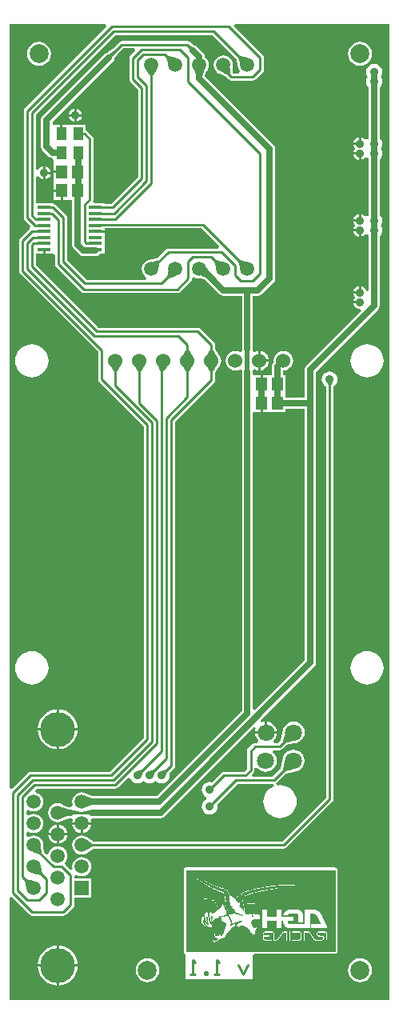
<source format=gbl>
G04 Layer_Physical_Order=2*
G04 Layer_Color=16711680*
%FSAX24Y24*%
%MOIN*%
G70*
G01*
G75*
%ADD12C,0.0100*%
%ADD13C,0.0250*%
%ADD14C,0.1457*%
%ADD15C,0.0591*%
%ADD16R,0.0591X0.0591*%
%ADD17C,0.0709*%
%ADD18C,0.0600*%
%ADD19C,0.0787*%
%ADD20C,0.0354*%
%ADD21R,0.0472X0.0551*%
%ADD22R,0.0433X0.0551*%
%ADD23R,0.0571X0.0138*%
%ADD24C,0.0200*%
%ADD25C,0.0010*%
G36*
X027491Y053604D02*
X027360Y053474D01*
X027210Y053684D01*
X027281Y053755D01*
X027491Y053604D01*
D02*
G37*
G36*
X024278Y053402D02*
X024110Y053179D01*
X023985Y053305D01*
X024207Y053473D01*
X024278Y053402D01*
D02*
G37*
G36*
X029753Y053169D02*
X029461Y052877D01*
X029390Y053170D01*
X029460Y053240D01*
X029753Y053169D01*
D02*
G37*
G36*
X026753D02*
X026461Y052877D01*
X026390Y053170D01*
X026460Y053240D01*
X026753Y053169D01*
D02*
G37*
G36*
X035674Y013932D02*
X019838D01*
Y014200D01*
Y018169D01*
X019938Y018210D01*
X020677Y017471D01*
X020727Y017438D01*
X020785Y017427D01*
X022085D01*
X022144Y017438D01*
X022193Y017471D01*
X022493Y017771D01*
X022526Y017821D01*
X022538Y017880D01*
Y018176D01*
X023246D01*
Y018966D01*
X022538D01*
Y019088D01*
X022603Y019132D01*
X022635Y019139D01*
X022651Y019127D01*
X022747Y019087D01*
X022850Y019074D01*
X022954Y019087D01*
X023050Y019127D01*
X023132Y019191D01*
X023196Y019273D01*
X023235Y019369D01*
X023249Y019472D01*
X023235Y019576D01*
X023196Y019672D01*
X023132Y019754D01*
X023050Y019818D01*
X022954Y019858D01*
X022850Y019871D01*
X022747Y019858D01*
X022651Y019818D01*
X022568Y019754D01*
X022505Y019672D01*
X022465Y019576D01*
X022452Y019472D01*
X022462Y019398D01*
X022372Y019346D01*
X022172Y019546D01*
X022142Y019617D01*
X022165Y019684D01*
X022196Y019724D01*
X022235Y019820D01*
X022249Y019923D01*
X022235Y020026D01*
X022196Y020123D01*
X022132Y020205D01*
X022050Y020268D01*
X021954Y020308D01*
X021850Y020322D01*
X021747Y020308D01*
X021651Y020268D01*
X021568Y020205D01*
X021505Y020123D01*
X021465Y020026D01*
X021361Y019999D01*
X021275Y020085D01*
X021242Y020319D01*
X021249Y020374D01*
X021235Y020477D01*
X021196Y020573D01*
X021132Y020656D01*
X021050Y020719D01*
X020954Y020759D01*
X020850Y020773D01*
X020747Y020759D01*
X020651Y020719D01*
X020638Y020709D01*
X020538Y020759D01*
Y020891D01*
X020638Y020940D01*
X020651Y020930D01*
X020747Y020890D01*
X020850Y020877D01*
X020954Y020890D01*
X021050Y020930D01*
X021132Y020994D01*
X021196Y021076D01*
X021235Y021172D01*
X021249Y021276D01*
X021235Y021379D01*
X021196Y021475D01*
X021132Y021557D01*
X021050Y021621D01*
X020954Y021661D01*
X020850Y021674D01*
X020747Y021661D01*
X020651Y021621D01*
X020638Y021611D01*
X020538Y021660D01*
Y021793D01*
X020638Y021842D01*
X020651Y021832D01*
X020747Y021792D01*
X020850Y021778D01*
X020954Y021792D01*
X021050Y021832D01*
X021132Y021895D01*
X021196Y021978D01*
X021235Y022074D01*
X021249Y022177D01*
X021235Y022280D01*
X021196Y022376D01*
X021132Y022459D01*
X021050Y022522D01*
X020954Y022562D01*
X020943Y022564D01*
X020909Y022656D01*
X020967Y022727D01*
X024251D01*
X024309Y022738D01*
X024359Y022771D01*
X024774Y023186D01*
X024883Y023154D01*
X024899Y023115D01*
X024952Y023046D01*
X025020Y022994D01*
X025100Y022961D01*
X025185Y022950D01*
X025270Y022961D01*
X025350Y022994D01*
X025418Y023046D01*
X025452D01*
X025520Y022994D01*
X025600Y022961D01*
X025685Y022950D01*
X025770Y022961D01*
X025850Y022994D01*
X025918Y023046D01*
X025952D01*
X026020Y022994D01*
X026100Y022961D01*
X026185Y022950D01*
X026270Y022961D01*
X026350Y022994D01*
X026418Y023046D01*
X026471Y023115D01*
X026504Y023194D01*
X026515Y023280D01*
X026504Y023365D01*
X026501Y023372D01*
X026504Y023382D01*
X026693Y023571D01*
X026726Y023621D01*
X026738Y023680D01*
Y038016D01*
X028364Y039642D01*
X028397Y039692D01*
X028409Y039750D01*
Y040048D01*
X028545Y040271D01*
X028605Y040349D01*
X028646Y040447D01*
X028659Y040551D01*
X028646Y040656D01*
X028605Y040753D01*
X028545Y040831D01*
X028409Y041054D01*
Y041209D01*
X028397Y041267D01*
X028364Y041317D01*
X027793Y041888D01*
X027744Y041921D01*
X027685Y041932D01*
X023548D01*
X020938Y044543D01*
Y045012D01*
X021228D01*
Y045181D01*
X021328D01*
Y045012D01*
X021663D01*
X021732Y044941D01*
Y044580D01*
X021744Y044521D01*
X021777Y044471D01*
X022829Y043419D01*
X022878Y043386D01*
X022937Y043375D01*
X026833D01*
X026892Y043386D01*
X026941Y043419D01*
X027393Y043871D01*
X027426Y043921D01*
X027438Y043980D01*
Y043990D01*
X027538Y044039D01*
X027557Y044025D01*
X027653Y043985D01*
X027756Y043971D01*
X027827Y043981D01*
X027992Y043919D01*
X028516Y043395D01*
X028563Y043364D01*
X028594Y043317D01*
X028668Y043268D01*
X028756Y043250D01*
X029527D01*
Y041047D01*
X029544Y040961D01*
X029526Y040935D01*
X029458Y040901D01*
X029360Y040941D01*
X029256Y040955D01*
X029151Y040941D01*
X029054Y040901D01*
X028971Y040836D01*
X028907Y040753D01*
X028866Y040656D01*
X028852Y040551D01*
X028866Y040447D01*
X028907Y040349D01*
X028971Y040266D01*
X029054Y040202D01*
X029151Y040161D01*
X029256Y040148D01*
X029360Y040161D01*
X029455Y040201D01*
X029466Y040195D01*
X029538Y040137D01*
X029527Y040080D01*
Y025945D01*
X025988Y022407D01*
X023305D01*
X023113Y022474D01*
X023050Y022522D01*
X022954Y022562D01*
X022850Y022576D01*
X022747Y022562D01*
X022651Y022522D01*
X022568Y022459D01*
X022505Y022377D01*
X022465Y022280D01*
X022452Y022177D01*
X022465Y022074D01*
X022480Y022039D01*
X022408Y021951D01*
X022385Y021956D01*
X022305D01*
X022113Y022023D01*
X022050Y022072D01*
X021954Y022111D01*
X021850Y022125D01*
X021747Y022111D01*
X021651Y022072D01*
X021568Y022008D01*
X021505Y021926D01*
X021465Y021830D01*
X021452Y021726D01*
X021465Y021623D01*
X021505Y021527D01*
X021568Y021444D01*
X021651Y021381D01*
X021747Y021341D01*
X021850Y021328D01*
X021954Y021341D01*
X022050Y021381D01*
X022113Y021430D01*
X022305Y021497D01*
X022385D01*
X022408Y021501D01*
X022480Y021414D01*
X022465Y021379D01*
X022458Y021326D01*
X022850D01*
X023242D01*
X023235Y021379D01*
X023224Y021407D01*
X023269Y021474D01*
X023295Y021497D01*
X026132D01*
X026220Y021514D01*
X026294Y021564D01*
X030029Y025300D01*
X030114Y025243D01*
X030089Y025182D01*
X030080Y025113D01*
X030482D01*
Y025515D01*
X030413Y025506D01*
X030352Y025480D01*
X030295Y025565D01*
X032547Y027817D01*
X032597Y027892D01*
X032614Y027980D01*
Y040085D01*
X035205Y042675D01*
X035254Y042749D01*
X035272Y042837D01*
Y043383D01*
X035271Y043389D01*
X035272Y043394D01*
Y045757D01*
X035276Y045760D01*
X035328Y045829D01*
X035361Y045908D01*
X035373Y045994D01*
X035361Y046079D01*
X035328Y046159D01*
X035301Y046194D01*
X035328Y046229D01*
X035361Y046308D01*
X035373Y046394D01*
X035361Y046479D01*
X035328Y046559D01*
X035276Y046627D01*
X035272Y046630D01*
Y048957D01*
X035276Y048960D01*
X035328Y049029D01*
X035361Y049108D01*
X035373Y049194D01*
X035361Y049279D01*
X035328Y049359D01*
X035301Y049394D01*
X035328Y049429D01*
X035361Y049508D01*
X035373Y049594D01*
X035361Y049679D01*
X035328Y049759D01*
X035276Y049827D01*
X035272Y049830D01*
Y051957D01*
X035276Y051960D01*
X035328Y052029D01*
X035361Y052108D01*
X035373Y052194D01*
X035361Y052279D01*
X035328Y052359D01*
X035301Y052394D01*
X035328Y052429D01*
X035361Y052508D01*
X035373Y052594D01*
X035361Y052679D01*
X035328Y052759D01*
X035276Y052827D01*
X035208Y052879D01*
X035128Y052912D01*
X035043Y052924D01*
X034957Y052912D01*
X034878Y052879D01*
X034809Y052827D01*
X034757Y052759D01*
X034724Y052679D01*
X034713Y052594D01*
X034724Y052508D01*
X034757Y052429D01*
X034784Y052394D01*
X034757Y052359D01*
X034724Y052279D01*
X034713Y052194D01*
X034724Y052108D01*
X034757Y052029D01*
X034809Y051960D01*
X034813Y051957D01*
Y049830D01*
X034809Y049827D01*
X034771Y049778D01*
X034765Y049774D01*
X034698Y049767D01*
X034654Y049773D01*
X034640Y049791D01*
X034582Y049836D01*
X034515Y049864D01*
X034493Y049867D01*
Y049594D01*
X034443D01*
Y049544D01*
X034170D01*
X034172Y049521D01*
X034200Y049454D01*
X034243Y049394D01*
X034200Y049333D01*
X034172Y049266D01*
X034170Y049244D01*
X034443D01*
Y049194D01*
X034493D01*
Y048921D01*
X034515Y048924D01*
X034582Y048952D01*
X034640Y048996D01*
X034654Y049015D01*
X034698Y049021D01*
X034765Y049013D01*
X034771Y049010D01*
X034809Y048960D01*
X034813Y048957D01*
Y046630D01*
X034809Y046627D01*
X034771Y046578D01*
X034765Y046574D01*
X034698Y046567D01*
X034654Y046573D01*
X034640Y046591D01*
X034582Y046636D01*
X034515Y046664D01*
X034493Y046667D01*
Y046394D01*
X034443D01*
Y046344D01*
X034170D01*
X034172Y046321D01*
X034200Y046254D01*
X034243Y046194D01*
X034200Y046133D01*
X034172Y046066D01*
X034170Y046044D01*
X034443D01*
Y045994D01*
X034493D01*
Y045721D01*
X034515Y045724D01*
X034582Y045752D01*
X034640Y045796D01*
X034654Y045815D01*
X034698Y045821D01*
X034765Y045813D01*
X034771Y045810D01*
X034809Y045760D01*
X034813Y045757D01*
Y043468D01*
X034713Y043462D01*
X034713Y043466D01*
X034685Y043533D01*
X034640Y043591D01*
X034582Y043636D01*
X034515Y043664D01*
X034493Y043667D01*
Y043394D01*
X034443D01*
Y043344D01*
X034170D01*
X034172Y043321D01*
X034200Y043254D01*
X034243Y043194D01*
X034200Y043133D01*
X034172Y043066D01*
X034170Y043044D01*
X034443D01*
Y042944D01*
X034170D01*
X034172Y042921D01*
X034200Y042854D01*
X034245Y042796D01*
X034303Y042752D01*
X034370Y042724D01*
X034443Y042714D01*
X034456Y042716D01*
X034502Y042621D01*
X032223Y040342D01*
X032173Y040267D01*
X032156Y040180D01*
Y039009D01*
X031356D01*
Y039155D01*
X031356D01*
Y039204D01*
X031356D01*
Y039955D01*
X031249D01*
Y040142D01*
X031256Y040148D01*
X031360Y040161D01*
X031458Y040202D01*
X031541Y040266D01*
X031605Y040349D01*
X031646Y040447D01*
X031659Y040551D01*
X031646Y040656D01*
X031605Y040753D01*
X031541Y040836D01*
X031458Y040901D01*
X031360Y040941D01*
X031256Y040955D01*
X031151Y040941D01*
X031054Y040901D01*
X030971Y040836D01*
X030907Y040753D01*
X030866Y040656D01*
X030852Y040551D01*
X030862Y040481D01*
X030857Y040477D01*
X030808Y040403D01*
X030790Y040315D01*
Y039955D01*
X030400D01*
Y039580D01*
X030300D01*
Y039955D01*
X030014D01*
X029985Y040043D01*
Y040080D01*
X029974Y040137D01*
X030046Y040195D01*
X030057Y040201D01*
X030151Y040161D01*
X030206Y040154D01*
Y040551D01*
Y040948D01*
X030151Y040941D01*
X030054Y040901D01*
X029985Y040935D01*
X029968Y040961D01*
X029985Y041047D01*
Y043250D01*
X030185D01*
X030273Y043268D01*
X030347Y043317D01*
X030847Y043817D01*
X030897Y043892D01*
X030914Y043980D01*
Y049380D01*
X030897Y049467D01*
X030847Y049542D01*
X027985Y052404D01*
Y052419D01*
X028052Y052611D01*
X028101Y052675D01*
X028141Y052771D01*
X028155Y052874D01*
X028141Y052977D01*
X028101Y053073D01*
X028038Y053156D01*
X027985Y053196D01*
Y053209D01*
X027968Y053296D01*
X027918Y053371D01*
X027647Y053642D01*
X027573Y053691D01*
X027534Y053699D01*
X027340Y053838D01*
X027335Y053840D01*
X027304Y053861D01*
X027245Y053872D01*
X024525D01*
X024466Y053861D01*
X024417Y053827D01*
X024135Y053545D01*
X023943Y053401D01*
X023897Y053391D01*
X023823Y053342D01*
X021223Y050742D01*
X021173Y050667D01*
X021156Y050580D01*
Y049480D01*
X021173Y049392D01*
X021223Y049317D01*
X021490Y049050D01*
X021564Y049001D01*
X021652Y048983D01*
X021656D01*
X021688Y048883D01*
X021680Y048801D01*
X021680Y048801D01*
X021680D01*
Y048475D01*
X022016D01*
Y048375D01*
X021680D01*
Y048050D01*
X021680D01*
Y048013D01*
X021680D01*
Y047688D01*
X022016D01*
Y047638D01*
X022066D01*
Y047262D01*
X022456D01*
Y045380D01*
X022473Y045292D01*
X022523Y045217D01*
X022763Y044977D01*
X022838Y044927D01*
X022925Y044910D01*
X023423D01*
X023511Y044927D01*
X023585Y044977D01*
X023609Y045012D01*
X023809D01*
Y045264D01*
Y045516D01*
Y045768D01*
Y045887D01*
X023423D01*
Y045987D01*
X023809D01*
Y046069D01*
X027841D01*
X028585Y045325D01*
X028547Y045232D01*
X026465D01*
X026407Y045221D01*
X026357Y045188D01*
X025998Y044828D01*
X025749Y044768D01*
X025653Y044755D01*
X025557Y044715D01*
X025474Y044652D01*
X025411Y044569D01*
X025371Y044473D01*
X025357Y044370D01*
X025371Y044267D01*
X025411Y044171D01*
X025474Y044088D01*
X025547Y044032D01*
X025546Y043999D01*
X025518Y043932D01*
X023048D01*
X022238Y044743D01*
Y046504D01*
X022226Y046562D01*
X022193Y046612D01*
X021752Y047053D01*
X021702Y047086D01*
X021663Y047094D01*
Y047114D01*
X020938D01*
Y048232D01*
X021038Y048252D01*
X021043Y048240D01*
X021087Y048182D01*
X021145Y048137D01*
X021213Y048109D01*
X021235Y048107D01*
Y048380D01*
Y048653D01*
X021213Y048650D01*
X021145Y048622D01*
X021087Y048577D01*
X021043Y048519D01*
X021038Y048507D01*
X020938Y048527D01*
Y050816D01*
X024248Y054127D01*
X028287D01*
X029298Y053116D01*
X029358Y052867D01*
X029371Y052771D01*
X029411Y052675D01*
X029443Y052632D01*
X029394Y052532D01*
X029148D01*
X029137Y052544D01*
X029129Y052741D01*
X029141Y052771D01*
X029155Y052874D01*
X029141Y052977D01*
X029101Y053073D01*
X029038Y053156D01*
X028955Y053219D01*
X028859Y053259D01*
X028756Y053273D01*
X028653Y053259D01*
X028557Y053219D01*
X028474Y053156D01*
X028411Y053073D01*
X028371Y052977D01*
X028357Y052874D01*
X028371Y052771D01*
X028411Y052675D01*
X028474Y052592D01*
X028557Y052529D01*
X028592Y052514D01*
X028597Y052510D01*
X028873Y052376D01*
X028977Y052271D01*
X029027Y052238D01*
X029085Y052227D01*
X029985D01*
X030044Y052238D01*
X030093Y052271D01*
X030393Y052571D01*
X030426Y052621D01*
X030438Y052680D01*
Y053180D01*
X030426Y053238D01*
X030393Y053288D01*
X029202Y054479D01*
X029240Y054571D01*
X035674D01*
Y013932D01*
D02*
G37*
G36*
X029037Y052498D02*
X028935Y052458D01*
X028642Y052602D01*
X029026Y052754D01*
X029037Y052498D01*
D02*
G37*
G36*
X027881Y052429D02*
X027631D01*
X027549Y052663D01*
X027963D01*
X027881Y052429D01*
D02*
G37*
G36*
X025806Y052406D02*
X025706D01*
X025549Y052663D01*
X025963D01*
X025806Y052406D01*
D02*
G37*
G36*
X025080Y053474D02*
X024877Y053271D01*
X024844Y053221D01*
X024832Y053162D01*
Y052297D01*
X024844Y052238D01*
X024877Y052189D01*
X025203Y051862D01*
Y048214D01*
X024087Y047098D01*
X023809D01*
Y047114D01*
X023373D01*
X023322Y047214D01*
X023326Y047221D01*
X023338Y047280D01*
Y049780D01*
X023326Y049838D01*
X023293Y049888D01*
X023073Y050108D01*
X023023Y050141D01*
X023011Y050144D01*
Y050376D01*
X022422D01*
X022350Y050376D01*
X022278Y050376D01*
X022056D01*
Y050000D01*
X021956D01*
Y050376D01*
X021714D01*
X021689Y050376D01*
X021657Y050402D01*
X021651Y050522D01*
X024147Y053017D01*
X024197Y053092D01*
X024206Y053137D01*
X024351Y053329D01*
X024588Y053566D01*
X025042D01*
X025080Y053474D01*
D02*
G37*
G36*
X029753Y044665D02*
X029461Y044373D01*
X029390Y044666D01*
X029460Y044736D01*
X029753Y044665D01*
D02*
G37*
G36*
X028753D02*
X028461Y044373D01*
X028389Y044666D01*
X028460Y044736D01*
X028753Y044665D01*
D02*
G37*
G36*
X026122Y044666D02*
X026051Y044373D01*
X025759Y044665D01*
X026052Y044736D01*
X026122Y044666D01*
D02*
G37*
G36*
X028176Y044236D02*
X028054Y044005D01*
X027836Y044086D01*
X028042Y044445D01*
X028176Y044236D01*
D02*
G37*
G36*
X026767Y044075D02*
X026472Y043996D01*
X026398Y044063D01*
X026461Y044353D01*
X026767Y044075D01*
D02*
G37*
G36*
X028466Y040765D02*
X028046D01*
X028206Y041027D01*
X028306D01*
X028466Y040765D01*
D02*
G37*
G36*
X027466D02*
X027046D01*
X027206Y041027D01*
X027306D01*
X027466Y040765D01*
D02*
G37*
G36*
X028306Y040075D02*
X028206D01*
X028046Y040337D01*
X028466D01*
X028306Y040075D01*
D02*
G37*
G36*
X027306D02*
X027206D01*
X027046Y040337D01*
X027466D01*
X027306Y040075D01*
D02*
G37*
G36*
X025306D02*
X025206D01*
X025046Y040337D01*
X025466D01*
X025306Y040075D01*
D02*
G37*
G36*
X024306D02*
X024206D01*
X024046Y040337D01*
X024466D01*
X024306Y040075D01*
D02*
G37*
G36*
X026409Y040293D02*
X026235Y040072D01*
X026135Y040097D01*
X026001Y040393D01*
X026409Y040293D01*
D02*
G37*
G36*
X030400Y038404D02*
X031356D01*
Y038550D01*
X032156D01*
Y028075D01*
X030078Y025997D01*
X029985Y026035D01*
Y038316D01*
X030014Y038404D01*
X030300D01*
Y038780D01*
X030400D01*
Y038404D01*
D02*
G37*
G36*
X026416Y023440D02*
X026362Y023281D01*
X026187Y023457D01*
X026345Y023510D01*
X026416Y023440D01*
D02*
G37*
G36*
X025916D02*
X025862Y023281D01*
X025687Y023457D01*
X025845Y023510D01*
X025916Y023440D01*
D02*
G37*
G36*
X025416D02*
X025362Y023281D01*
X025187Y023457D01*
X025345Y023510D01*
X025416Y023440D01*
D02*
G37*
G36*
X023885Y054479D02*
X020477Y051071D01*
X020444Y051021D01*
X020432Y050962D01*
Y046515D01*
X020444Y046457D01*
X020477Y046407D01*
X020706Y046178D01*
X020709Y046155D01*
X020686Y046057D01*
X020669Y046045D01*
X020277Y045653D01*
X020244Y045604D01*
X020232Y045545D01*
Y044297D01*
X020244Y044238D01*
X020277Y044189D01*
X023532Y040933D01*
Y039780D01*
X023544Y039721D01*
X023577Y039671D01*
X025432Y037816D01*
Y024843D01*
X024022Y023432D01*
X020719D01*
X020661Y023421D01*
X020611Y023388D01*
X019938Y022714D01*
X019838Y022756D01*
Y026200D01*
Y044488D01*
Y054571D01*
X023847D01*
X023885Y054479D01*
D02*
G37*
G36*
X023295Y022302D02*
Y022052D01*
X023061Y021971D01*
Y022384D01*
X023295Y022302D01*
D02*
G37*
G36*
X022750Y021776D02*
Y021676D01*
X022473Y021638D01*
Y021657D01*
X022456Y021656D01*
Y021797D01*
X022473Y021795D01*
Y021815D01*
X022750Y021776D01*
D02*
G37*
G36*
X023197Y021638D02*
X022920Y021676D01*
Y021776D01*
X023197Y021815D01*
Y021638D01*
D02*
G37*
G36*
X022295Y021851D02*
Y021601D01*
X022061Y021520D01*
Y021933D01*
X022295Y021851D01*
D02*
G37*
G36*
X021179Y020035D02*
X021095Y019979D01*
X020796Y020084D01*
X021140Y020314D01*
X021179Y020035D01*
D02*
G37*
G36*
X021217Y019177D02*
X021146Y019106D01*
X020853Y019177D01*
X021146Y019469D01*
X021217Y019177D01*
D02*
G37*
G36*
X020847Y018866D02*
X020555Y018574D01*
X020484Y018867D01*
X020555Y018937D01*
X020847Y018866D01*
D02*
G37*
%LPC*%
G36*
X034449Y053844D02*
X034320Y053827D01*
X034200Y053778D01*
X034097Y053699D01*
X034018Y053595D01*
X033968Y053475D01*
X033951Y053346D01*
X033968Y053218D01*
X034018Y053097D01*
X034097Y052994D01*
X034200Y052915D01*
X034320Y052865D01*
X034449Y052849D01*
X034578Y052865D01*
X034698Y052915D01*
X034801Y052994D01*
X034880Y053097D01*
X034930Y053218D01*
X034947Y053346D01*
X034930Y053475D01*
X034880Y053595D01*
X034801Y053699D01*
X034698Y053778D01*
X034578Y053827D01*
X034449Y053844D01*
D02*
G37*
G36*
X034393Y049867D02*
X034370Y049864D01*
X034303Y049836D01*
X034245Y049791D01*
X034200Y049733D01*
X034172Y049666D01*
X034170Y049644D01*
X034393D01*
Y049867D01*
D02*
G37*
G36*
Y049144D02*
X034170D01*
X034172Y049121D01*
X034200Y049054D01*
X034245Y048996D01*
X034303Y048952D01*
X034370Y048924D01*
X034393Y048921D01*
Y049144D01*
D02*
G37*
G36*
X021335Y048653D02*
Y048430D01*
X021558D01*
X021555Y048452D01*
X021527Y048519D01*
X021483Y048577D01*
X021425Y048622D01*
X021357Y048650D01*
X021335Y048653D01*
D02*
G37*
G36*
X021558Y048330D02*
X021335D01*
Y048107D01*
X021357Y048109D01*
X021425Y048137D01*
X021483Y048182D01*
X021527Y048240D01*
X021555Y048307D01*
X021558Y048330D01*
D02*
G37*
G36*
X021966Y047588D02*
X021680D01*
Y047262D01*
X021966D01*
Y047588D01*
D02*
G37*
G36*
X034393Y046667D02*
X034370Y046664D01*
X034303Y046636D01*
X034245Y046591D01*
X034200Y046533D01*
X034172Y046466D01*
X034170Y046444D01*
X034393D01*
Y046667D01*
D02*
G37*
G36*
Y045944D02*
X034170D01*
X034172Y045921D01*
X034200Y045854D01*
X034245Y045796D01*
X034303Y045752D01*
X034370Y045724D01*
X034393Y045721D01*
Y045944D01*
D02*
G37*
G36*
Y043667D02*
X034370Y043664D01*
X034303Y043636D01*
X034245Y043591D01*
X034200Y043533D01*
X034172Y043466D01*
X034170Y043444D01*
X034393D01*
Y043667D01*
D02*
G37*
G36*
X030306Y040948D02*
Y040601D01*
X030653D01*
X030646Y040656D01*
X030605Y040753D01*
X030541Y040836D01*
X030458Y040901D01*
X030360Y040941D01*
X030306Y040948D01*
D02*
G37*
G36*
X030653Y040501D02*
X030306D01*
Y040154D01*
X030360Y040161D01*
X030458Y040202D01*
X030541Y040266D01*
X030605Y040349D01*
X030646Y040447D01*
X030653Y040501D01*
D02*
G37*
G36*
X034744Y041245D02*
X034609Y041232D01*
X034479Y041192D01*
X034359Y041128D01*
X034253Y041042D01*
X034167Y040937D01*
X034103Y040817D01*
X034064Y040687D01*
X034050Y040551D01*
X034064Y040416D01*
X034103Y040286D01*
X034167Y040166D01*
X034253Y040061D01*
X034359Y039974D01*
X034479Y039910D01*
X034609Y039871D01*
X034744Y039857D01*
X034879Y039871D01*
X035010Y039910D01*
X035130Y039974D01*
X035235Y040061D01*
X035321Y040166D01*
X035385Y040286D01*
X035425Y040416D01*
X035438Y040551D01*
X035425Y040687D01*
X035385Y040817D01*
X035321Y040937D01*
X035235Y041042D01*
X035130Y041128D01*
X035010Y041192D01*
X034879Y041232D01*
X034744Y041245D01*
D02*
G37*
G36*
Y028450D02*
X034609Y028436D01*
X034479Y028397D01*
X034359Y028333D01*
X034253Y028247D01*
X034167Y028141D01*
X034103Y028021D01*
X034064Y027891D01*
X034050Y027756D01*
X034064Y027621D01*
X034103Y027490D01*
X034167Y027370D01*
X034253Y027265D01*
X034359Y027179D01*
X034479Y027115D01*
X034609Y027075D01*
X034744Y027062D01*
X034879Y027075D01*
X035010Y027115D01*
X035130Y027179D01*
X035235Y027265D01*
X035321Y027370D01*
X035385Y027490D01*
X035425Y027621D01*
X035438Y027756D01*
X035425Y027891D01*
X035385Y028021D01*
X035321Y028141D01*
X035235Y028247D01*
X035130Y028333D01*
X035010Y028397D01*
X034879Y028436D01*
X034744Y028450D01*
D02*
G37*
G36*
X030582Y025515D02*
Y025113D01*
X030983D01*
X030974Y025182D01*
X030928Y025292D01*
X030856Y025387D01*
X030761Y025460D01*
X030650Y025506D01*
X030582Y025515D01*
D02*
G37*
G36*
X031683Y025521D02*
X031564Y025506D01*
X031454Y025460D01*
X031359Y025387D01*
X031286Y025292D01*
X031240Y025182D01*
X031225Y025063D01*
X031225Y025062D01*
X031157Y024753D01*
X031036Y024632D01*
X030881D01*
X030847Y024732D01*
X030856Y024739D01*
X030928Y024834D01*
X030974Y024944D01*
X030983Y025013D01*
X030080D01*
X030089Y024944D01*
X030135Y024834D01*
X030207Y024739D01*
X030216Y024732D01*
X030182Y024632D01*
X030085D01*
X030027Y024621D01*
X029977Y024588D01*
X029791Y024402D01*
X029758Y024353D01*
X029747Y024294D01*
Y023557D01*
X029622Y023432D01*
X028785D01*
X028727Y023421D01*
X028677Y023388D01*
X028282Y022993D01*
X028270Y022998D01*
X028185Y023010D01*
X028100Y022998D01*
X028020Y022965D01*
X027952Y022913D01*
X027899Y022845D01*
X027866Y022765D01*
X027855Y022680D01*
X027866Y022594D01*
X027899Y022515D01*
X027952Y022446D01*
X028020Y022394D01*
X028044Y022384D01*
Y022275D01*
X028020Y022265D01*
X027952Y022213D01*
X027899Y022145D01*
X027866Y022065D01*
X027855Y021980D01*
X027866Y021894D01*
X027899Y021815D01*
X027952Y021746D01*
X028020Y021694D01*
X028100Y021661D01*
X028185Y021650D01*
X028270Y021661D01*
X028350Y021694D01*
X028418Y021746D01*
X028471Y021815D01*
X028504Y021894D01*
X028515Y021980D01*
X028504Y022065D01*
X028499Y022077D01*
X029348Y022927D01*
X030846D01*
X030861Y022827D01*
X030847Y022822D01*
X030727Y022758D01*
X030622Y022672D01*
X030535Y022567D01*
X030471Y022447D01*
X030432Y022316D01*
X030418Y022181D01*
X030432Y022046D01*
X030471Y021916D01*
X030535Y021796D01*
X030622Y021690D01*
X030727Y021604D01*
X030847Y021540D01*
X030977Y021501D01*
X031112Y021487D01*
X031248Y021501D01*
X031378Y021540D01*
X031498Y021604D01*
X031603Y021690D01*
X031689Y021796D01*
X031753Y021916D01*
X031793Y022046D01*
X031806Y022181D01*
X031793Y022316D01*
X031753Y022447D01*
X031689Y022567D01*
X031603Y022672D01*
X031498Y022758D01*
X031378Y022822D01*
X031248Y022862D01*
X031112Y022875D01*
X030998Y022864D01*
X030962Y022931D01*
X030957Y022956D01*
X030979Y022971D01*
X031363Y023355D01*
X031672Y023424D01*
X031673Y023424D01*
X031792Y023439D01*
X031902Y023485D01*
X031997Y023558D01*
X032070Y023653D01*
X032116Y023763D01*
X032131Y023882D01*
X032116Y024000D01*
X032070Y024111D01*
X031997Y024206D01*
X031902Y024279D01*
X031792Y024325D01*
X031673Y024340D01*
X031555Y024325D01*
X031444Y024279D01*
X031349Y024206D01*
X031276Y024111D01*
X031231Y024000D01*
X031215Y023882D01*
X031215Y023881D01*
X031147Y023572D01*
X030808Y023232D01*
X029985D01*
X029947Y023325D01*
X030008Y023386D01*
X030041Y023436D01*
X030053Y023494D01*
Y023583D01*
X030153Y023617D01*
X030198Y023558D01*
X030293Y023485D01*
X030403Y023439D01*
X030522Y023424D01*
X030640Y023439D01*
X030751Y023485D01*
X030846Y023558D01*
X030919Y023653D01*
X030964Y023763D01*
X030980Y023882D01*
X030964Y024000D01*
X030919Y024111D01*
X030846Y024206D01*
X030819Y024227D01*
X030853Y024327D01*
X031100D01*
X031158Y024338D01*
X031208Y024371D01*
X031373Y024537D01*
X031682Y024605D01*
X031683Y024605D01*
X031802Y024620D01*
X031912Y024666D01*
X032007Y024739D01*
X032080Y024834D01*
X032126Y024944D01*
X032141Y025063D01*
X032126Y025182D01*
X032080Y025292D01*
X032007Y025387D01*
X031912Y025460D01*
X031802Y025506D01*
X031683Y025521D01*
D02*
G37*
G36*
X023242Y021226D02*
X022900D01*
Y020883D01*
X022954Y020890D01*
X023050Y020930D01*
X023132Y020994D01*
X023196Y021076D01*
X023235Y021172D01*
X023242Y021226D01*
D02*
G37*
G36*
X022800D02*
X022458D01*
X022465Y021172D01*
X022505Y021076D01*
X022568Y020994D01*
X022651Y020930D01*
X022747Y020890D01*
X022800Y020883D01*
Y021226D01*
D02*
G37*
G36*
X021900Y021217D02*
Y020875D01*
X022243D01*
X022235Y020928D01*
X022196Y021024D01*
X022132Y021107D01*
X022050Y021170D01*
X021954Y021210D01*
X021900Y021217D01*
D02*
G37*
G36*
X021800D02*
X021747Y021210D01*
X021651Y021170D01*
X021568Y021107D01*
X021505Y021024D01*
X021465Y020928D01*
X021458Y020875D01*
X021800D01*
Y021217D01*
D02*
G37*
G36*
X033185Y040110D02*
X033100Y040098D01*
X033020Y040065D01*
X032952Y040013D01*
X032899Y039945D01*
X032866Y039865D01*
X032855Y039780D01*
X032866Y039694D01*
X032899Y039615D01*
X032952Y039546D01*
X033020Y039494D01*
X033028Y039491D01*
X033032Y039481D01*
Y022343D01*
X031216Y020527D01*
X023346D01*
X023127Y020660D01*
X023050Y020719D01*
X022954Y020759D01*
X022850Y020773D01*
X022747Y020759D01*
X022651Y020719D01*
X022568Y020656D01*
X022505Y020573D01*
X022465Y020477D01*
X022452Y020374D01*
X022465Y020271D01*
X022505Y020175D01*
X022568Y020092D01*
X022651Y020029D01*
X022747Y019989D01*
X022850Y019975D01*
X022954Y019989D01*
X023050Y020029D01*
X023127Y020088D01*
X023346Y020221D01*
X031280D01*
X031338Y020233D01*
X031388Y020266D01*
X033293Y022171D01*
X033326Y022221D01*
X033338Y022280D01*
Y039481D01*
X033343Y039491D01*
X033350Y039494D01*
X033418Y039546D01*
X033471Y039615D01*
X033504Y039694D01*
X033515Y039780D01*
X033504Y039865D01*
X033471Y039945D01*
X033418Y040013D01*
X033350Y040065D01*
X033270Y040098D01*
X033185Y040110D01*
D02*
G37*
G36*
X022243Y020775D02*
X021900D01*
Y020433D01*
X021954Y020440D01*
X022050Y020479D01*
X022132Y020543D01*
X022196Y020625D01*
X022235Y020722D01*
X022243Y020775D01*
D02*
G37*
G36*
X021800D02*
X021458D01*
X021465Y020722D01*
X021505Y020625D01*
X021568Y020543D01*
X021651Y020479D01*
X021747Y020440D01*
X021800Y020433D01*
Y020775D01*
D02*
G37*
G36*
X021900Y016182D02*
Y015404D01*
X022678D01*
X022667Y015517D01*
X022619Y015673D01*
X022542Y015817D01*
X022439Y015943D01*
X022313Y016046D01*
X022169Y016123D01*
X022013Y016171D01*
X021900Y016182D01*
D02*
G37*
G36*
X021800Y016182D02*
X021688Y016171D01*
X021532Y016123D01*
X021388Y016046D01*
X021262Y015943D01*
X021158Y015817D01*
X021081Y015673D01*
X021034Y015517D01*
X021023Y015404D01*
X021800D01*
Y016182D01*
D02*
G37*
G36*
X033409Y019437D02*
X027199D01*
X027158Y019428D01*
X027123Y019405D01*
X027100Y019370D01*
X027092Y019330D01*
X027093Y019325D01*
X027092Y019320D01*
X027093Y019315D01*
X027092Y019310D01*
X027093Y019305D01*
X027092Y019300D01*
X027093Y019295D01*
X027092Y019290D01*
X027093Y019285D01*
X027092Y019280D01*
X027093Y019275D01*
X027092Y019270D01*
X027093Y019265D01*
X027092Y019260D01*
X027093Y019255D01*
X027092Y019250D01*
X027093Y019245D01*
X027092Y019240D01*
X027093Y019235D01*
X027092Y019230D01*
X027093Y019225D01*
X027092Y019220D01*
X027093Y019215D01*
X027092Y019210D01*
X027093Y019205D01*
X027092Y019200D01*
X027093Y019195D01*
X027092Y019190D01*
X027093Y019185D01*
X027092Y019180D01*
X027093Y019175D01*
X027092Y019170D01*
X027093Y019165D01*
X027092Y019160D01*
X027093Y019155D01*
X027092Y019150D01*
X027093Y019145D01*
X027092Y019140D01*
X027093Y019135D01*
X027092Y019130D01*
X027093Y019125D01*
X027092Y019120D01*
X027093Y019115D01*
X027092Y019110D01*
X027093Y019105D01*
X027092Y019100D01*
X027093Y019095D01*
X027092Y019090D01*
X027093Y019085D01*
X027092Y019080D01*
X027093Y019075D01*
X027092Y019070D01*
X027093Y019065D01*
X027092Y019060D01*
X027093Y019055D01*
X027092Y019050D01*
X027093Y019045D01*
X027092Y019040D01*
X027093Y019035D01*
X027092Y019030D01*
X027093Y019025D01*
X027092Y019020D01*
X027093Y019015D01*
X027092Y019010D01*
X027093Y019005D01*
X027092Y019000D01*
X027093Y018995D01*
X027092Y018990D01*
X027093Y018985D01*
X027092Y018980D01*
X027093Y018975D01*
X027092Y018970D01*
X027093Y018965D01*
X027092Y018960D01*
X027093Y018955D01*
X027092Y018950D01*
X027093Y018945D01*
X027092Y018940D01*
X027093Y018935D01*
X027092Y018930D01*
X027093Y018925D01*
X027092Y018920D01*
X027093Y018915D01*
X027092Y018910D01*
X027093Y018905D01*
X027092Y018900D01*
X027093Y018895D01*
X027092Y018890D01*
X027093Y018885D01*
X027092Y018880D01*
X027093Y018875D01*
X027092Y018870D01*
X027093Y018865D01*
X027092Y018860D01*
X027093Y018855D01*
X027092Y018850D01*
X027093Y018845D01*
X027092Y018840D01*
X027093Y018835D01*
X027092Y018830D01*
X027093Y018825D01*
X027092Y018820D01*
X027093Y018815D01*
X027092Y018810D01*
X027093Y018805D01*
X027092Y018800D01*
X027093Y018795D01*
X027092Y018790D01*
X027093Y018785D01*
X027092Y018780D01*
X027093Y018775D01*
X027092Y018770D01*
X027093Y018765D01*
X027092Y018760D01*
X027093Y018755D01*
X027092Y018750D01*
X027093Y018745D01*
X027092Y018740D01*
X027093Y018735D01*
X027092Y018730D01*
X027093Y018725D01*
X027092Y018720D01*
X027093Y018715D01*
X027092Y018710D01*
X027093Y018705D01*
X027092Y018700D01*
X027093Y018695D01*
X027092Y018690D01*
X027093Y018685D01*
X027092Y018680D01*
X027093Y018675D01*
X027092Y018670D01*
X027093Y018665D01*
X027092Y018660D01*
X027093Y018655D01*
X027092Y018650D01*
X027093Y018645D01*
X027092Y018640D01*
X027093Y018635D01*
X027092Y018630D01*
X027093Y018625D01*
X027092Y018620D01*
X027093Y018615D01*
X027092Y018610D01*
X027093Y018605D01*
X027092Y018600D01*
X027093Y018595D01*
X027092Y018590D01*
X027093Y018585D01*
X027092Y018580D01*
X027093Y018575D01*
X027092Y018570D01*
X027093Y018565D01*
X027092Y018560D01*
X027093Y018555D01*
X027092Y018550D01*
X027093Y018545D01*
X027092Y018540D01*
X027093Y018535D01*
X027092Y018530D01*
X027093Y018525D01*
X027092Y018520D01*
X027093Y018515D01*
X027092Y018510D01*
X027093Y018505D01*
X027092Y018500D01*
X027093Y018495D01*
X027092Y018490D01*
X027093Y018485D01*
X027092Y018480D01*
X027093Y018475D01*
X027092Y018470D01*
X027093Y018465D01*
X027092Y018460D01*
X027093Y018455D01*
X027092Y018450D01*
X027093Y018445D01*
X027092Y018440D01*
X027093Y018435D01*
X027092Y018430D01*
X027093Y018425D01*
X027092Y018420D01*
X027093Y018415D01*
X027092Y018410D01*
X027093Y018405D01*
X027092Y018400D01*
X027093Y018395D01*
X027092Y018390D01*
X027093Y018385D01*
X027092Y018380D01*
X027093Y018375D01*
X027092Y018370D01*
X027093Y018365D01*
X027092Y018360D01*
X027093Y018355D01*
X027092Y018350D01*
X027093Y018345D01*
X027092Y018340D01*
X027093Y018335D01*
X027092Y018330D01*
X027093Y018325D01*
X027092Y018320D01*
X027093Y018315D01*
X027092Y018310D01*
X027093Y018305D01*
X027092Y018300D01*
X027093Y018295D01*
X027092Y018290D01*
X027093Y018285D01*
X027092Y018280D01*
X027093Y018275D01*
X027092Y018270D01*
X027093Y018265D01*
X027092Y018260D01*
X027093Y018255D01*
X027092Y018250D01*
X027093Y018245D01*
X027092Y018240D01*
X027093Y018235D01*
X027092Y018230D01*
X027093Y018225D01*
X027092Y018220D01*
X027093Y018215D01*
X027092Y018210D01*
X027093Y018205D01*
X027092Y018200D01*
X027093Y018195D01*
X027092Y018190D01*
X027093Y018185D01*
X027092Y018180D01*
X027093Y018175D01*
X027092Y018170D01*
X027093Y018165D01*
X027092Y018160D01*
X027093Y018155D01*
X027092Y018150D01*
X027093Y018145D01*
X027092Y018140D01*
X027093Y018135D01*
X027092Y018130D01*
X027093Y018125D01*
X027092Y018120D01*
X027093Y018115D01*
X027092Y018110D01*
X027093Y018105D01*
X027092Y018100D01*
X027093Y018095D01*
X027092Y018090D01*
X027093Y018085D01*
X027092Y018080D01*
X027093Y018075D01*
X027092Y018070D01*
X027093Y018065D01*
X027092Y018060D01*
X027093Y018055D01*
X027092Y018050D01*
X027093Y018045D01*
X027092Y018040D01*
X027093Y018035D01*
X027092Y018030D01*
X027093Y018025D01*
X027092Y018020D01*
X027093Y018015D01*
X027092Y018010D01*
X027093Y018005D01*
X027092Y018000D01*
X027093Y017995D01*
X027092Y017990D01*
X027093Y017985D01*
X027092Y017980D01*
X027093Y017975D01*
X027092Y017970D01*
X027093Y017965D01*
X027092Y017960D01*
X027093Y017955D01*
X027092Y017950D01*
X027093Y017945D01*
X027092Y017940D01*
X027093Y017935D01*
X027092Y017930D01*
X027093Y017925D01*
X027092Y017920D01*
X027093Y017915D01*
X027092Y017910D01*
X027093Y017905D01*
X027092Y017900D01*
X027093Y017895D01*
X027092Y017890D01*
X027093Y017885D01*
X027092Y017880D01*
X027093Y017875D01*
X027092Y017870D01*
X027093Y017865D01*
X027092Y017860D01*
X027093Y017855D01*
X027092Y017850D01*
X027093Y017845D01*
X027092Y017840D01*
X027093Y017835D01*
X027092Y017830D01*
X027093Y017825D01*
X027092Y017820D01*
X027093Y017815D01*
X027092Y017810D01*
X027093Y017805D01*
X027092Y017800D01*
X027093Y017795D01*
X027092Y017790D01*
X027093Y017785D01*
X027092Y017780D01*
X027093Y017775D01*
X027092Y017770D01*
X027093Y017765D01*
X027092Y017760D01*
X027093Y017755D01*
X027092Y017750D01*
X027093Y017745D01*
X027092Y017740D01*
X027093Y017735D01*
X027092Y017730D01*
X027093Y017725D01*
X027092Y017720D01*
X027093Y017715D01*
X027092Y017710D01*
X027093Y017705D01*
X027092Y017700D01*
X027093Y017695D01*
X027092Y017690D01*
X027093Y017685D01*
X027092Y017680D01*
X027093Y017675D01*
X027092Y017670D01*
X027093Y017665D01*
X027092Y017660D01*
X027093Y017655D01*
X027092Y017650D01*
X027093Y017645D01*
X027092Y017640D01*
X027093Y017635D01*
X027092Y017630D01*
X027093Y017625D01*
X027092Y017620D01*
X027093Y017615D01*
X027092Y017610D01*
X027093Y017605D01*
X027092Y017600D01*
X027093Y017595D01*
X027092Y017590D01*
X027093Y017585D01*
X027092Y017580D01*
X027093Y017575D01*
X027092Y017570D01*
X027093Y017565D01*
X027092Y017560D01*
X027093Y017555D01*
X027092Y017550D01*
X027093Y017545D01*
X027092Y017540D01*
X027093Y017535D01*
X027092Y017530D01*
X027093Y017525D01*
X027092Y017520D01*
X027093Y017515D01*
X027092Y017510D01*
X027093Y017505D01*
X027092Y017500D01*
X027093Y017495D01*
X027092Y017490D01*
X027093Y017485D01*
X027092Y017480D01*
X027093Y017475D01*
X027092Y017470D01*
X027093Y017465D01*
X027092Y017460D01*
X027093Y017455D01*
X027092Y017450D01*
X027093Y017445D01*
X027092Y017440D01*
X027093Y017435D01*
X027092Y017430D01*
X027093Y017425D01*
X027092Y017420D01*
X027093Y017415D01*
X027092Y017410D01*
X027093Y017405D01*
X027092Y017400D01*
X027093Y017395D01*
X027092Y017390D01*
X027093Y017385D01*
X027092Y017380D01*
X027093Y017375D01*
X027092Y017370D01*
X027093Y017365D01*
X027092Y017360D01*
X027093Y017355D01*
X027092Y017350D01*
X027093Y017345D01*
X027092Y017340D01*
X027093Y017335D01*
X027092Y017330D01*
X027093Y017325D01*
X027092Y017320D01*
X027093Y017315D01*
X027092Y017310D01*
X027093Y017305D01*
X027092Y017300D01*
X027093Y017295D01*
X027092Y017290D01*
X027093Y017285D01*
X027092Y017280D01*
X027093Y017275D01*
X027092Y017270D01*
X027093Y017265D01*
X027092Y017260D01*
X027093Y017255D01*
X027092Y017250D01*
X027093Y017245D01*
X027092Y017240D01*
X027093Y017235D01*
X027092Y017230D01*
X027093Y017225D01*
X027092Y017220D01*
X027093Y017215D01*
X027092Y017210D01*
X027093Y017205D01*
X027092Y017200D01*
X027093Y017195D01*
X027092Y017190D01*
X027093Y017185D01*
X027092Y017180D01*
X027093Y017175D01*
X027092Y017170D01*
X027093Y017165D01*
X027092Y017160D01*
X027093Y017155D01*
X027092Y017150D01*
X027093Y017145D01*
X027092Y017140D01*
X027093Y017135D01*
X027092Y017130D01*
X027093Y017125D01*
X027092Y017120D01*
X027093Y017115D01*
X027092Y017110D01*
X027093Y017105D01*
X027092Y017100D01*
X027093Y017095D01*
X027092Y017090D01*
X027093Y017085D01*
X027092Y017080D01*
X027093Y017075D01*
X027092Y017070D01*
X027093Y017065D01*
X027092Y017060D01*
X027093Y017055D01*
X027092Y017050D01*
X027093Y017045D01*
X027092Y017040D01*
X027093Y017035D01*
X027092Y017030D01*
X027093Y017025D01*
X027092Y017020D01*
X027093Y017015D01*
X027092Y017010D01*
X027093Y017005D01*
X027092Y017000D01*
X027093Y016995D01*
X027092Y016990D01*
X027093Y016985D01*
X027092Y016980D01*
X027093Y016975D01*
X027092Y016970D01*
X027093Y016965D01*
X027092Y016960D01*
X027093Y016955D01*
X027092Y016950D01*
X027093Y016945D01*
X027092Y016940D01*
X027093Y016935D01*
X027092Y016930D01*
X027093Y016925D01*
X027092Y016920D01*
X027093Y016915D01*
X027092Y016910D01*
X027093Y016905D01*
X027092Y016900D01*
X027093Y016895D01*
X027092Y016890D01*
X027093Y016885D01*
X027092Y016880D01*
X027093Y016875D01*
X027092Y016870D01*
X027093Y016865D01*
X027092Y016860D01*
X027093Y016855D01*
X027092Y016850D01*
X027093Y016845D01*
X027092Y016840D01*
X027093Y016835D01*
X027092Y016830D01*
X027093Y016825D01*
X027092Y016820D01*
X027093Y016815D01*
X027092Y016810D01*
X027093Y016805D01*
X027092Y016800D01*
X027093Y016795D01*
X027092Y016790D01*
X027093Y016785D01*
X027092Y016780D01*
X027093Y016775D01*
X027092Y016770D01*
X027093Y016765D01*
X027092Y016760D01*
X027093Y016755D01*
X027092Y016750D01*
X027093Y016745D01*
X027092Y016740D01*
X027093Y016735D01*
X027092Y016730D01*
X027093Y016725D01*
X027092Y016720D01*
X027093Y016715D01*
X027092Y016710D01*
X027093Y016705D01*
X027092Y016700D01*
X027093Y016695D01*
X027092Y016690D01*
X027093Y016685D01*
X027092Y016680D01*
X027093Y016675D01*
X027092Y016670D01*
X027093Y016665D01*
X027092Y016660D01*
X027093Y016655D01*
X027092Y016650D01*
X027093Y016645D01*
X027092Y016640D01*
X027093Y016635D01*
X027092Y016630D01*
X027093Y016625D01*
X027092Y016620D01*
X027093Y016615D01*
X027092Y016610D01*
X027093Y016605D01*
X027092Y016600D01*
X027093Y016595D01*
X027092Y016590D01*
X027093Y016585D01*
X027092Y016580D01*
X027093Y016575D01*
X027092Y016570D01*
X027093Y016565D01*
X027092Y016560D01*
X027093Y016555D01*
X027092Y016550D01*
X027093Y016545D01*
X027092Y016540D01*
X027093Y016535D01*
X027092Y016530D01*
X027093Y016525D01*
X027092Y016520D01*
X027093Y016515D01*
X027092Y016510D01*
X027093Y016505D01*
X027092Y016500D01*
X027093Y016495D01*
X027092Y016490D01*
X027093Y016485D01*
X027092Y016480D01*
X027093Y016475D01*
X027092Y016470D01*
X027093Y016465D01*
X027092Y016460D01*
X027093Y016455D01*
X027092Y016450D01*
X027093Y016445D01*
X027092Y016440D01*
X027093Y016435D01*
X027092Y016430D01*
X027093Y016425D01*
X027092Y016420D01*
X027093Y016415D01*
X027092Y016410D01*
X027093Y016405D01*
X027092Y016400D01*
X027093Y016395D01*
X027092Y016390D01*
X027093Y016385D01*
X027092Y016380D01*
X027093Y016375D01*
X027092Y016370D01*
X027093Y016365D01*
X027092Y016360D01*
X027093Y016355D01*
X027092Y016350D01*
X027093Y016345D01*
X027092Y016340D01*
X027093Y016335D01*
X027092Y016330D01*
X027093Y016325D01*
X027092Y016320D01*
X027093Y016315D01*
X027092Y016310D01*
X027093Y016305D01*
X027092Y016300D01*
X027093Y016295D01*
X027092Y016290D01*
X027093Y016285D01*
X027092Y016280D01*
X027093Y016275D01*
X027092Y016270D01*
X027093Y016265D01*
X027092Y016260D01*
X027093Y016255D01*
X027092Y016250D01*
X027093Y016245D01*
X027092Y016240D01*
X027093Y016235D01*
X027092Y016230D01*
X027093Y016225D01*
X027092Y016220D01*
X027093Y016215D01*
X027092Y016210D01*
X027093Y016205D01*
X027092Y016200D01*
X027093Y016195D01*
X027092Y016190D01*
X027093Y016185D01*
X027092Y016180D01*
X027093Y016175D01*
X027092Y016170D01*
X027093Y016165D01*
X027092Y016160D01*
X027093Y016155D01*
X027092Y016150D01*
X027093Y016145D01*
X027092Y016140D01*
X027093Y016135D01*
X027092Y016130D01*
X027093Y016125D01*
X027092Y016120D01*
X027093Y016115D01*
X027092Y016110D01*
X027093Y016105D01*
X027092Y016100D01*
X027093Y016095D01*
X027092Y016090D01*
X027093Y016085D01*
X027092Y016080D01*
X027093Y016075D01*
X027092Y016070D01*
X027093Y016065D01*
X027092Y016060D01*
X027093Y016055D01*
X027092Y016050D01*
X027093Y016045D01*
X027092Y016040D01*
X027093Y016035D01*
X027092Y016030D01*
X027093Y016025D01*
X027092Y016020D01*
X027093Y016015D01*
X027092Y016010D01*
X027093Y016005D01*
X027092Y016000D01*
X027093Y015995D01*
X027092Y015990D01*
X027093Y015985D01*
X027092Y015980D01*
X027093Y015975D01*
X027092Y015970D01*
X027093Y015965D01*
X027092Y015960D01*
X027100Y015919D01*
X027123Y015884D01*
X027151Y015865D01*
X027172Y015813D01*
X027186Y015768D01*
X027186Y015758D01*
Y014780D01*
X029985D01*
Y015752D01*
X029985Y015779D01*
X030050Y015852D01*
X033409D01*
X033450Y015861D01*
X033485Y015884D01*
X033508Y015919D01*
X033516Y015960D01*
X033515Y015965D01*
X033516Y015970D01*
X033515Y015975D01*
X033516Y015980D01*
X033515Y015985D01*
X033516Y015990D01*
X033515Y015995D01*
X033516Y016000D01*
X033515Y016005D01*
X033516Y016010D01*
X033515Y016015D01*
X033516Y016020D01*
X033515Y016025D01*
X033516Y016030D01*
X033515Y016035D01*
X033516Y016040D01*
X033515Y016045D01*
X033516Y016050D01*
X033515Y016055D01*
X033516Y016060D01*
X033515Y016065D01*
X033516Y016070D01*
X033515Y016075D01*
X033516Y016080D01*
X033515Y016085D01*
X033516Y016090D01*
X033515Y016095D01*
X033516Y016100D01*
X033515Y016105D01*
X033516Y016110D01*
X033515Y016115D01*
X033516Y016120D01*
X033515Y016125D01*
X033516Y016130D01*
X033515Y016135D01*
X033516Y016140D01*
X033515Y016145D01*
X033516Y016150D01*
X033515Y016155D01*
X033516Y016160D01*
X033515Y016165D01*
X033516Y016170D01*
X033515Y016175D01*
X033516Y016180D01*
X033515Y016185D01*
X033516Y016190D01*
X033515Y016195D01*
X033516Y016200D01*
X033515Y016205D01*
X033516Y016210D01*
X033515Y016215D01*
X033516Y016220D01*
X033515Y016225D01*
X033516Y016230D01*
X033515Y016235D01*
X033516Y016240D01*
X033515Y016245D01*
X033516Y016250D01*
X033515Y016255D01*
X033516Y016260D01*
X033515Y016265D01*
X033516Y016270D01*
X033515Y016275D01*
X033516Y016280D01*
X033515Y016285D01*
X033516Y016290D01*
X033515Y016295D01*
X033516Y016300D01*
X033515Y016305D01*
X033516Y016310D01*
X033515Y016315D01*
X033516Y016320D01*
X033515Y016325D01*
X033516Y016330D01*
X033515Y016335D01*
X033516Y016340D01*
X033515Y016345D01*
X033516Y016350D01*
X033515Y016355D01*
X033516Y016360D01*
X033515Y016365D01*
X033516Y016370D01*
X033515Y016375D01*
X033516Y016380D01*
X033515Y016385D01*
X033516Y016390D01*
X033515Y016395D01*
X033516Y016400D01*
X033515Y016405D01*
X033516Y016410D01*
X033515Y016415D01*
X033516Y016420D01*
X033515Y016425D01*
X033516Y016430D01*
X033515Y016435D01*
X033516Y016440D01*
X033515Y016445D01*
X033516Y016450D01*
X033515Y016455D01*
X033516Y016460D01*
X033515Y016465D01*
X033516Y016470D01*
X033515Y016475D01*
X033516Y016480D01*
X033515Y016485D01*
X033516Y016490D01*
X033515Y016495D01*
X033516Y016500D01*
X033515Y016505D01*
X033516Y016510D01*
X033515Y016515D01*
X033516Y016520D01*
X033515Y016525D01*
X033516Y016530D01*
X033515Y016535D01*
X033516Y016540D01*
X033515Y016545D01*
X033516Y016550D01*
X033515Y016555D01*
X033516Y016560D01*
X033515Y016565D01*
X033516Y016570D01*
X033515Y016575D01*
X033516Y016580D01*
X033515Y016585D01*
X033516Y016590D01*
X033515Y016595D01*
X033516Y016600D01*
X033515Y016605D01*
X033516Y016610D01*
X033515Y016615D01*
X033516Y016620D01*
X033515Y016625D01*
X033516Y016630D01*
X033515Y016635D01*
X033516Y016640D01*
X033515Y016645D01*
X033516Y016650D01*
X033515Y016655D01*
X033516Y016660D01*
X033515Y016665D01*
X033516Y016670D01*
X033515Y016675D01*
X033516Y016680D01*
X033515Y016685D01*
X033516Y016690D01*
X033515Y016695D01*
X033516Y016700D01*
X033515Y016705D01*
X033516Y016710D01*
X033515Y016715D01*
X033516Y016720D01*
X033515Y016725D01*
X033516Y016730D01*
X033515Y016735D01*
X033516Y016740D01*
X033515Y016745D01*
X033516Y016750D01*
X033515Y016755D01*
X033516Y016760D01*
X033515Y016765D01*
X033516Y016770D01*
X033515Y016775D01*
X033516Y016780D01*
X033515Y016785D01*
X033516Y016790D01*
X033515Y016795D01*
X033516Y016800D01*
X033515Y016805D01*
X033516Y016810D01*
X033515Y016815D01*
X033516Y016820D01*
X033515Y016825D01*
X033516Y016830D01*
X033515Y016835D01*
X033516Y016840D01*
X033515Y016845D01*
X033516Y016850D01*
X033515Y016855D01*
X033516Y016860D01*
X033515Y016865D01*
X033516Y016870D01*
X033515Y016875D01*
X033516Y016880D01*
X033515Y016885D01*
X033516Y016890D01*
X033515Y016895D01*
X033516Y016900D01*
X033515Y016905D01*
X033516Y016910D01*
X033515Y016915D01*
X033516Y016920D01*
X033515Y016925D01*
X033516Y016930D01*
X033515Y016935D01*
X033516Y016940D01*
X033515Y016945D01*
X033516Y016950D01*
X033515Y016955D01*
X033516Y016960D01*
X033515Y016965D01*
X033516Y016970D01*
X033515Y016975D01*
X033516Y016980D01*
X033515Y016985D01*
X033516Y016990D01*
X033515Y016995D01*
X033516Y017000D01*
X033515Y017005D01*
X033516Y017010D01*
X033515Y017015D01*
X033516Y017020D01*
X033515Y017025D01*
X033516Y017030D01*
X033515Y017035D01*
X033516Y017040D01*
X033515Y017045D01*
X033516Y017050D01*
X033515Y017055D01*
X033516Y017060D01*
X033515Y017065D01*
X033516Y017070D01*
X033515Y017075D01*
X033516Y017080D01*
X033515Y017085D01*
X033516Y017090D01*
X033515Y017095D01*
X033516Y017100D01*
X033515Y017105D01*
X033516Y017110D01*
X033515Y017115D01*
X033516Y017120D01*
X033515Y017125D01*
X033516Y017130D01*
X033515Y017135D01*
X033516Y017140D01*
X033515Y017145D01*
X033516Y017150D01*
X033515Y017155D01*
X033516Y017160D01*
X033515Y017165D01*
X033516Y017170D01*
X033515Y017175D01*
X033516Y017180D01*
X033515Y017185D01*
X033516Y017190D01*
X033515Y017195D01*
X033516Y017200D01*
X033515Y017205D01*
X033516Y017210D01*
X033515Y017215D01*
X033516Y017220D01*
X033515Y017225D01*
X033516Y017230D01*
X033515Y017235D01*
X033516Y017240D01*
X033515Y017245D01*
X033516Y017250D01*
X033515Y017255D01*
X033516Y017260D01*
X033515Y017265D01*
X033516Y017270D01*
X033515Y017275D01*
X033516Y017280D01*
X033515Y017285D01*
X033516Y017290D01*
X033515Y017295D01*
X033516Y017300D01*
X033515Y017305D01*
X033516Y017310D01*
X033515Y017315D01*
X033516Y017320D01*
X033515Y017325D01*
X033516Y017330D01*
X033515Y017335D01*
X033516Y017340D01*
X033515Y017345D01*
X033516Y017350D01*
X033515Y017355D01*
X033516Y017360D01*
X033515Y017365D01*
X033516Y017370D01*
X033515Y017375D01*
X033516Y017380D01*
X033515Y017385D01*
X033516Y017390D01*
X033515Y017395D01*
X033516Y017400D01*
X033515Y017405D01*
X033516Y017410D01*
X033515Y017415D01*
X033516Y017420D01*
X033515Y017425D01*
X033516Y017430D01*
X033515Y017435D01*
X033516Y017440D01*
X033515Y017445D01*
X033516Y017450D01*
X033515Y017455D01*
X033516Y017460D01*
X033515Y017465D01*
X033516Y017470D01*
X033515Y017475D01*
X033516Y017480D01*
X033515Y017485D01*
X033516Y017490D01*
X033515Y017495D01*
X033516Y017500D01*
X033515Y017505D01*
X033516Y017510D01*
X033515Y017515D01*
X033516Y017520D01*
X033515Y017525D01*
X033516Y017530D01*
X033515Y017535D01*
X033516Y017540D01*
X033515Y017545D01*
X033516Y017550D01*
X033515Y017555D01*
X033516Y017560D01*
X033515Y017565D01*
X033516Y017570D01*
X033515Y017575D01*
X033516Y017580D01*
X033515Y017585D01*
X033516Y017590D01*
X033515Y017595D01*
X033516Y017600D01*
X033515Y017605D01*
X033516Y017610D01*
X033515Y017615D01*
X033516Y017620D01*
X033515Y017625D01*
X033516Y017630D01*
X033515Y017635D01*
X033516Y017640D01*
X033515Y017645D01*
X033516Y017650D01*
X033515Y017655D01*
X033516Y017660D01*
X033515Y017665D01*
X033516Y017670D01*
X033515Y017675D01*
X033516Y017680D01*
X033515Y017685D01*
X033516Y017690D01*
X033515Y017695D01*
X033516Y017700D01*
X033515Y017705D01*
X033516Y017710D01*
X033515Y017715D01*
X033516Y017720D01*
X033515Y017725D01*
X033516Y017730D01*
X033515Y017735D01*
X033516Y017740D01*
X033515Y017745D01*
X033516Y017750D01*
X033515Y017755D01*
X033516Y017760D01*
X033515Y017765D01*
X033516Y017770D01*
X033515Y017775D01*
X033516Y017780D01*
X033515Y017785D01*
X033516Y017790D01*
X033515Y017795D01*
X033516Y017800D01*
X033515Y017805D01*
X033516Y017810D01*
X033515Y017815D01*
X033516Y017820D01*
X033515Y017825D01*
X033516Y017830D01*
X033515Y017835D01*
X033516Y017840D01*
X033515Y017845D01*
X033516Y017850D01*
X033515Y017855D01*
X033516Y017860D01*
X033515Y017865D01*
X033516Y017870D01*
X033515Y017875D01*
X033516Y017880D01*
X033515Y017885D01*
X033516Y017890D01*
X033515Y017895D01*
X033516Y017900D01*
X033515Y017905D01*
X033516Y017910D01*
X033515Y017915D01*
X033516Y017920D01*
X033515Y017925D01*
X033516Y017930D01*
X033515Y017935D01*
X033516Y017940D01*
X033515Y017945D01*
X033516Y017950D01*
X033515Y017955D01*
X033516Y017960D01*
X033515Y017965D01*
X033516Y017970D01*
X033515Y017975D01*
X033516Y017980D01*
X033515Y017985D01*
X033516Y017990D01*
X033515Y017995D01*
X033516Y018000D01*
X033515Y018005D01*
X033516Y018010D01*
X033515Y018015D01*
X033516Y018020D01*
X033515Y018025D01*
X033516Y018030D01*
X033515Y018035D01*
X033516Y018040D01*
X033515Y018045D01*
X033516Y018050D01*
X033515Y018055D01*
X033516Y018060D01*
X033515Y018065D01*
X033516Y018070D01*
X033515Y018075D01*
X033516Y018080D01*
X033515Y018085D01*
X033516Y018090D01*
X033515Y018095D01*
X033516Y018100D01*
X033515Y018105D01*
X033516Y018110D01*
X033515Y018115D01*
X033516Y018120D01*
X033515Y018125D01*
X033516Y018130D01*
X033515Y018135D01*
X033516Y018140D01*
X033515Y018145D01*
X033516Y018150D01*
X033515Y018155D01*
X033516Y018160D01*
X033515Y018165D01*
X033516Y018170D01*
X033515Y018175D01*
X033516Y018180D01*
X033515Y018185D01*
X033516Y018190D01*
X033515Y018195D01*
X033516Y018200D01*
X033515Y018205D01*
X033516Y018210D01*
X033515Y018215D01*
X033516Y018220D01*
X033515Y018225D01*
X033516Y018230D01*
X033515Y018235D01*
X033516Y018240D01*
X033515Y018245D01*
X033516Y018250D01*
X033515Y018255D01*
X033516Y018260D01*
X033515Y018265D01*
X033516Y018270D01*
X033515Y018275D01*
X033516Y018280D01*
X033515Y018285D01*
X033516Y018290D01*
X033515Y018295D01*
X033516Y018300D01*
X033515Y018305D01*
X033516Y018310D01*
X033515Y018315D01*
X033516Y018320D01*
X033515Y018325D01*
X033516Y018330D01*
X033515Y018335D01*
X033516Y018340D01*
X033515Y018345D01*
X033516Y018350D01*
X033515Y018355D01*
X033516Y018360D01*
X033515Y018365D01*
X033516Y018370D01*
X033515Y018375D01*
X033516Y018380D01*
X033515Y018385D01*
X033516Y018390D01*
X033515Y018395D01*
X033516Y018400D01*
X033515Y018405D01*
X033516Y018410D01*
X033515Y018415D01*
X033516Y018420D01*
X033515Y018425D01*
X033516Y018430D01*
X033515Y018435D01*
X033516Y018440D01*
X033515Y018445D01*
X033516Y018450D01*
X033515Y018455D01*
X033516Y018460D01*
X033515Y018465D01*
X033516Y018470D01*
X033515Y018475D01*
X033516Y018480D01*
X033515Y018485D01*
X033516Y018490D01*
X033515Y018495D01*
X033516Y018500D01*
X033515Y018505D01*
X033516Y018510D01*
X033515Y018515D01*
X033516Y018520D01*
X033515Y018525D01*
X033516Y018530D01*
X033515Y018535D01*
X033516Y018540D01*
X033515Y018545D01*
X033516Y018550D01*
X033515Y018555D01*
X033516Y018560D01*
X033515Y018565D01*
X033516Y018570D01*
X033515Y018575D01*
X033516Y018580D01*
X033515Y018585D01*
X033516Y018590D01*
X033515Y018595D01*
X033516Y018600D01*
X033515Y018605D01*
X033516Y018610D01*
X033515Y018615D01*
X033516Y018620D01*
X033515Y018625D01*
X033516Y018630D01*
X033515Y018635D01*
X033516Y018640D01*
X033515Y018645D01*
X033516Y018650D01*
X033515Y018655D01*
X033516Y018660D01*
X033515Y018665D01*
X033516Y018670D01*
X033515Y018675D01*
X033516Y018680D01*
X033515Y018685D01*
X033516Y018690D01*
X033515Y018695D01*
X033516Y018700D01*
X033515Y018705D01*
X033516Y018710D01*
X033515Y018715D01*
X033516Y018720D01*
X033515Y018725D01*
X033516Y018730D01*
X033515Y018735D01*
X033516Y018740D01*
X033515Y018745D01*
X033516Y018750D01*
X033515Y018755D01*
X033516Y018760D01*
X033515Y018765D01*
X033516Y018770D01*
X033515Y018775D01*
X033516Y018780D01*
X033515Y018785D01*
X033516Y018790D01*
X033515Y018795D01*
X033516Y018800D01*
X033515Y018805D01*
X033516Y018810D01*
X033515Y018815D01*
X033516Y018820D01*
X033515Y018825D01*
X033516Y018830D01*
X033515Y018835D01*
X033516Y018840D01*
X033515Y018845D01*
X033516Y018850D01*
X033515Y018855D01*
X033516Y018860D01*
X033515Y018865D01*
X033516Y018870D01*
X033515Y018875D01*
X033516Y018880D01*
X033515Y018885D01*
X033516Y018890D01*
X033515Y018895D01*
X033516Y018900D01*
X033515Y018905D01*
X033516Y018910D01*
X033515Y018915D01*
X033516Y018920D01*
X033515Y018925D01*
X033516Y018930D01*
X033515Y018935D01*
X033516Y018940D01*
X033515Y018945D01*
X033516Y018950D01*
X033515Y018955D01*
X033516Y018960D01*
X033515Y018965D01*
X033516Y018970D01*
X033515Y018975D01*
X033516Y018980D01*
X033515Y018985D01*
X033516Y018990D01*
X033515Y018995D01*
X033516Y019000D01*
X033515Y019005D01*
X033516Y019010D01*
X033515Y019015D01*
X033516Y019020D01*
X033515Y019025D01*
X033516Y019030D01*
X033515Y019035D01*
X033516Y019040D01*
X033515Y019045D01*
X033516Y019050D01*
X033515Y019055D01*
X033516Y019060D01*
X033515Y019065D01*
X033516Y019070D01*
X033515Y019075D01*
X033516Y019080D01*
X033515Y019085D01*
X033516Y019090D01*
X033515Y019095D01*
X033516Y019100D01*
X033515Y019105D01*
X033516Y019110D01*
X033515Y019115D01*
X033516Y019120D01*
X033515Y019125D01*
X033516Y019130D01*
X033515Y019135D01*
X033516Y019140D01*
X033515Y019145D01*
X033516Y019150D01*
X033515Y019155D01*
X033516Y019160D01*
X033515Y019165D01*
X033516Y019170D01*
X033515Y019175D01*
X033516Y019180D01*
X033515Y019185D01*
X033516Y019190D01*
X033515Y019195D01*
X033516Y019200D01*
X033515Y019205D01*
X033516Y019210D01*
X033515Y019215D01*
X033516Y019220D01*
X033515Y019225D01*
X033516Y019230D01*
X033515Y019235D01*
X033516Y019240D01*
X033515Y019245D01*
X033516Y019250D01*
X033515Y019255D01*
X033516Y019260D01*
X033515Y019265D01*
X033516Y019270D01*
X033515Y019275D01*
X033516Y019280D01*
X033515Y019285D01*
X033516Y019290D01*
X033515Y019295D01*
X033516Y019300D01*
X033515Y019305D01*
X033516Y019310D01*
X033515Y019315D01*
X033516Y019320D01*
X033515Y019325D01*
X033516Y019330D01*
X033508Y019370D01*
X033485Y019405D01*
X033450Y019428D01*
X033409Y019437D01*
D02*
G37*
G36*
X034449Y015655D02*
X034320Y015638D01*
X034200Y015589D01*
X034097Y015510D01*
X034018Y015406D01*
X033968Y015286D01*
X033951Y015157D01*
X033968Y015029D01*
X034018Y014908D01*
X034097Y014805D01*
X034200Y014726D01*
X034320Y014676D01*
X034449Y014660D01*
X034578Y014676D01*
X034698Y014726D01*
X034801Y014805D01*
X034880Y014908D01*
X034930Y015029D01*
X034947Y015157D01*
X034930Y015286D01*
X034880Y015406D01*
X034801Y015510D01*
X034698Y015589D01*
X034578Y015638D01*
X034449Y015655D01*
D02*
G37*
G36*
X025591Y015655D02*
X025462Y015638D01*
X025342Y015589D01*
X025238Y015510D01*
X025159Y015406D01*
X025110Y015286D01*
X025093Y015157D01*
X025110Y015029D01*
X025159Y014908D01*
X025238Y014805D01*
X025342Y014726D01*
X025462Y014676D01*
X025591Y014660D01*
X025719Y014676D01*
X025840Y014726D01*
X025943Y014805D01*
X026022Y014908D01*
X026072Y015029D01*
X026089Y015157D01*
X026072Y015286D01*
X026022Y015406D01*
X025943Y015510D01*
X025840Y015589D01*
X025719Y015638D01*
X025591Y015655D01*
D02*
G37*
G36*
X021800Y015304D02*
X021023D01*
X021034Y015192D01*
X021081Y015036D01*
X021158Y014892D01*
X021262Y014766D01*
X021388Y014662D01*
X021532Y014585D01*
X021688Y014538D01*
X021800Y014527D01*
Y015304D01*
D02*
G37*
G36*
X022678D02*
X021900D01*
Y014527D01*
X022013Y014538D01*
X022169Y014585D01*
X022313Y014662D01*
X022439Y014766D01*
X022542Y014892D01*
X022619Y015036D01*
X022667Y015192D01*
X022678Y015304D01*
D02*
G37*
%LPD*%
G36*
X031680Y024709D02*
X031320Y024629D01*
X031249Y024700D01*
X031329Y025059D01*
X031680Y024709D01*
D02*
G37*
G36*
X031670Y023528D02*
X031310Y023448D01*
X031240Y023519D01*
X031319Y023878D01*
X031670Y023528D01*
D02*
G37*
G36*
X033235Y039503D02*
X033135D01*
X033061Y039653D01*
X033309D01*
X033235Y039503D01*
D02*
G37*
G36*
X023319Y020424D02*
Y020324D01*
X023061Y020167D01*
Y020581D01*
X023319Y020424D01*
D02*
G37*
%LPC*%
G36*
X022635Y051052D02*
Y050830D01*
X022858D01*
X022855Y050852D01*
X022827Y050919D01*
X022783Y050977D01*
X022725Y051022D01*
X022657Y051050D01*
X022635Y051052D01*
D02*
G37*
G36*
X022535D02*
X022513Y051050D01*
X022445Y051022D01*
X022387Y050977D01*
X022343Y050919D01*
X022315Y050852D01*
X022312Y050830D01*
X022535D01*
Y051052D01*
D02*
G37*
G36*
X022858Y050730D02*
X022635D01*
Y050507D01*
X022657Y050510D01*
X022725Y050537D01*
X022783Y050582D01*
X022827Y050640D01*
X022855Y050707D01*
X022858Y050730D01*
D02*
G37*
G36*
X022535D02*
X022312D01*
X022315Y050707D01*
X022343Y050640D01*
X022387Y050582D01*
X022445Y050537D01*
X022513Y050510D01*
X022535Y050507D01*
Y050730D01*
D02*
G37*
G36*
X021063Y053844D02*
X020934Y053827D01*
X020814Y053778D01*
X020711Y053699D01*
X020632Y053595D01*
X020582Y053475D01*
X020565Y053346D01*
X020582Y053218D01*
X020632Y053097D01*
X020711Y052994D01*
X020814Y052915D01*
X020934Y052865D01*
X021063Y052849D01*
X021192Y052865D01*
X021312Y052915D01*
X021415Y052994D01*
X021494Y053097D01*
X021544Y053218D01*
X021561Y053346D01*
X021544Y053475D01*
X021494Y053595D01*
X021415Y053699D01*
X021312Y053778D01*
X021192Y053827D01*
X021063Y053844D01*
D02*
G37*
G36*
X020768Y041245D02*
X020632Y041232D01*
X020502Y041192D01*
X020382Y041128D01*
X020277Y041042D01*
X020191Y040937D01*
X020127Y040817D01*
X020087Y040687D01*
X020074Y040551D01*
X020087Y040416D01*
X020127Y040286D01*
X020191Y040166D01*
X020277Y040061D01*
X020382Y039974D01*
X020502Y039910D01*
X020632Y039871D01*
X020768Y039857D01*
X020903Y039871D01*
X021033Y039910D01*
X021153Y039974D01*
X021258Y040061D01*
X021345Y040166D01*
X021409Y040286D01*
X021448Y040416D01*
X021462Y040551D01*
X021448Y040687D01*
X021409Y040817D01*
X021345Y040937D01*
X021258Y041042D01*
X021153Y041128D01*
X021033Y041192D01*
X020903Y041232D01*
X020768Y041245D01*
D02*
G37*
G36*
Y028450D02*
X020632Y028436D01*
X020502Y028397D01*
X020382Y028333D01*
X020277Y028247D01*
X020191Y028141D01*
X020127Y028021D01*
X020087Y027891D01*
X020074Y027756D01*
X020087Y027621D01*
X020127Y027490D01*
X020191Y027370D01*
X020277Y027265D01*
X020382Y027179D01*
X020502Y027115D01*
X020632Y027075D01*
X020768Y027062D01*
X020903Y027075D01*
X021033Y027115D01*
X021153Y027179D01*
X021258Y027265D01*
X021345Y027370D01*
X021409Y027490D01*
X021448Y027621D01*
X021462Y027756D01*
X021448Y027891D01*
X021409Y028021D01*
X021345Y028141D01*
X021258Y028247D01*
X021153Y028333D01*
X021033Y028397D01*
X020903Y028436D01*
X020768Y028450D01*
D02*
G37*
G36*
X021900Y026024D02*
Y025247D01*
X022678D01*
X022667Y025359D01*
X022619Y025515D01*
X022542Y025659D01*
X022439Y025785D01*
X022313Y025889D01*
X022169Y025966D01*
X022013Y026013D01*
X021900Y026024D01*
D02*
G37*
G36*
X021800Y026024D02*
X021688Y026013D01*
X021532Y025966D01*
X021388Y025889D01*
X021262Y025785D01*
X021158Y025659D01*
X021081Y025515D01*
X021034Y025359D01*
X021023Y025247D01*
X021800D01*
Y026024D01*
D02*
G37*
G36*
Y025147D02*
X021023D01*
X021034Y025034D01*
X021081Y024878D01*
X021158Y024734D01*
X021262Y024608D01*
X021388Y024505D01*
X021532Y024428D01*
X021688Y024380D01*
X021800Y024369D01*
Y025147D01*
D02*
G37*
G36*
X022678D02*
X021900D01*
Y024369D01*
X022013Y024380D01*
X022169Y024428D01*
X022313Y024505D01*
X022439Y024608D01*
X022542Y024734D01*
X022619Y024878D01*
X022667Y025034D01*
X022678Y025147D01*
D02*
G37*
%LPD*%
D12*
X028785Y023280D02*
X029685D01*
X028185Y022680D02*
X028785Y023280D01*
X029285Y023080D02*
X030871D01*
X028185Y021980D02*
X029285Y023080D01*
X026585Y023680D02*
Y038080D01*
X026185Y023280D02*
X026585Y023680D01*
X026385Y023980D02*
Y038162D01*
X025685Y023280D02*
X026385Y023980D01*
X026185Y024280D02*
Y040480D01*
X025185Y023280D02*
X026185Y024280D01*
X024251Y022880D02*
X025985Y024614D01*
X024168Y023080D02*
X025785Y024697D01*
X024085Y023280D02*
X025585Y024780D01*
X020839Y020354D02*
X020850D01*
Y020374D01*
Y020294D02*
Y020354D01*
Y020294D02*
X021666Y019478D01*
X022024D01*
X022385Y019117D01*
Y017880D02*
Y019117D01*
X021385Y018380D02*
Y018938D01*
X020850Y019472D02*
X021385Y018938D01*
X022085Y017580D02*
X022385Y017880D01*
X020785Y017580D02*
X022085D01*
X019985Y018380D02*
X020785Y017580D01*
X021085Y018080D02*
X021385Y018380D01*
X019985D02*
Y022545D01*
X020719Y023280D01*
X024085D01*
X020585Y018080D02*
X021085D01*
X020185Y018480D02*
X020585Y018080D01*
X020185Y018480D02*
Y022462D01*
X020802Y023080D01*
X024168D01*
X020885Y022880D02*
X024251D01*
X020385Y022380D02*
X020885Y022880D01*
X020385Y019036D02*
Y022380D01*
Y019036D02*
X020850Y018571D01*
Y021276D02*
X021089D01*
X030871Y023080D02*
X031673Y023882D01*
X025785Y024697D02*
Y037980D01*
X025985Y024614D02*
Y038062D01*
X025585Y024780D02*
Y037880D01*
X023685Y039780D02*
X025585Y037880D01*
X024256Y039509D02*
X025785Y037980D01*
X025256Y038791D02*
X025985Y038062D01*
X031100Y024480D02*
X031683Y025063D01*
X026185Y040480D02*
X026256Y040551D01*
X026585Y038080D02*
X028256Y039750D01*
Y040551D01*
X024256Y039509D02*
Y040551D01*
X028256D02*
Y041209D01*
X027685Y041780D02*
X028256Y041209D01*
X027256Y040551D02*
Y041209D01*
X026885Y041580D02*
X027256Y041209D01*
X025256Y038791D02*
Y040551D01*
X026385Y038162D02*
X027256Y039033D01*
Y040551D01*
X023031Y045433D02*
X023423D01*
X027285Y052180D02*
Y053180D01*
Y052180D02*
X030285Y049180D01*
Y044180D02*
Y049180D01*
X029985Y043880D02*
X030285Y044180D01*
X029485Y043880D02*
X029985D01*
X020942Y046441D02*
X021278D01*
X020785Y046598D02*
X020942Y046441D01*
X020911Y046189D02*
X021278D01*
X024985Y052297D02*
X025356Y051926D01*
X025185Y052380D02*
X025556Y052009D01*
X025185Y052380D02*
Y053080D01*
X024985Y052297D02*
Y053162D01*
X028756Y052709D02*
Y052874D01*
Y052709D02*
X029085Y052380D01*
X029985D01*
X030285Y052680D01*
Y053180D01*
X020585Y046515D02*
X020911Y046189D01*
X020808Y045685D02*
X021278D01*
X020777Y045937D02*
X021278D01*
X020785Y044480D02*
Y045380D01*
X020839Y045433D01*
X021278D01*
X020585Y045462D02*
X020808Y045685D01*
X020385Y044297D02*
Y045545D01*
X020777Y045937D01*
X020385Y044297D02*
X023685Y040997D01*
Y039780D02*
Y040997D01*
X020585Y044380D02*
X023385Y041580D01*
X026885D01*
X020785Y044480D02*
X023485Y041780D01*
X027685D01*
X026185Y043780D02*
X026756Y044350D01*
Y044370D01*
X026833Y043528D02*
X027285Y043980D01*
X028246Y044880D02*
X028756Y044370D01*
X027485Y044880D02*
X028246D01*
X027285Y044680D02*
X027485Y044880D01*
X027285Y043980D02*
Y044680D01*
X026465Y045080D02*
X028685D01*
X025756Y044370D02*
X026465Y045080D01*
X029900Y023494D02*
Y024294D01*
X030085Y024480D01*
X031100D01*
X022850Y020374D02*
X031280D01*
X022385Y021726D02*
X023285D01*
X033185Y022280D02*
Y039780D01*
X031280Y020374D02*
X033185Y022280D01*
X020850Y022177D02*
Y022345D01*
X029685Y023280D02*
X029900Y023494D01*
X020585Y044380D02*
Y045462D01*
X023423Y046441D02*
X024246D01*
X025756Y047950D01*
Y052874D01*
X023423Y046693D02*
X024216D01*
X025556Y048033D01*
Y052009D01*
X023423Y046945D02*
X024150D01*
X025356Y048150D01*
Y051926D01*
X023185Y047280D02*
Y049780D01*
X022695Y050000D02*
X022965D01*
X023185Y049780D01*
X022960Y047055D02*
X023185Y047280D01*
X022960Y045505D02*
X023031Y045433D01*
X022960Y045505D02*
Y047055D01*
X021278Y046693D02*
X021613D01*
X021278Y046945D02*
X021644D01*
X025425Y053319D02*
X026311D01*
X025185Y053080D02*
X025425Y053319D01*
X026311D02*
X026756Y052874D01*
X024985Y053162D02*
X025342Y053519D01*
X026945D01*
X027285Y053180D01*
X027245Y053719D02*
X027485Y053480D01*
X021613Y046693D02*
X021885Y046421D01*
X021644Y046945D02*
X022085Y046504D01*
X021885Y044580D02*
Y046421D01*
Y044580D02*
X022937Y043528D01*
X026833D01*
X022085Y044680D02*
Y046504D01*
Y044680D02*
X022985Y043780D01*
X026185D01*
X028985Y054480D02*
X030285Y053180D01*
X028350Y054280D02*
X029756Y052874D01*
X023985Y053180D02*
X024525Y053719D01*
X027245D01*
X020785Y046598D02*
Y050880D01*
X024185Y054280D01*
X028350D01*
X020585Y046515D02*
Y050962D01*
X024102Y054480D01*
X028985D01*
X023423Y046189D02*
X023456Y046222D01*
X027904D01*
X029756Y044370D01*
X028685Y045080D02*
X029239Y044525D01*
Y044125D02*
Y044525D01*
Y044125D02*
X029485Y043880D01*
X029785Y015379D02*
X029585Y014980D01*
X029385Y015379D01*
X028585Y014980D02*
X028385D01*
X028485D01*
Y015579D01*
X028585Y015479D01*
X028086Y014980D02*
Y015079D01*
X027986D01*
Y014980D01*
X028086D01*
X027586D02*
X027386D01*
X027486D01*
Y015579D01*
X027586Y015479D01*
D13*
X032385Y027980D02*
Y040180D01*
X026132Y021726D02*
X032385Y027980D01*
X023285Y021726D02*
X026132D01*
X029756Y025850D02*
Y040080D01*
X026083Y022177D02*
X029756Y025850D01*
X022850Y022177D02*
X026083D01*
X035043Y052194D02*
Y052594D01*
Y049594D02*
Y052194D01*
Y049194D02*
Y049594D01*
Y042837D02*
Y043383D01*
Y043394D02*
Y045994D01*
Y046394D02*
Y049194D01*
Y045994D02*
Y046394D01*
X022685Y047638D02*
X022695Y047648D01*
Y049213D01*
X022925Y045139D02*
X023423D01*
X022685Y045380D02*
X022925Y045139D01*
X027756Y052874D02*
Y053209D01*
X022685Y045380D02*
Y047638D01*
X021850Y021726D02*
X022385D01*
X030185Y043480D02*
X030685Y043980D01*
X027756Y044370D02*
X027865D01*
X031020Y038780D02*
Y039580D01*
Y040315D02*
X031256Y040551D01*
X031020Y039580D02*
Y040315D01*
Y038780D02*
X032385D01*
X027865Y044370D02*
X028678Y043557D01*
X029756Y041047D02*
Y043480D01*
X028756D02*
X030185D01*
X032385Y040180D02*
X035043Y042837D01*
X021652Y049213D02*
X022006D01*
X030350Y038780D02*
Y039580D01*
X021385Y049480D02*
X021652Y049213D01*
X027485Y053480D02*
X027756Y053209D01*
Y052309D02*
Y052874D01*
Y052309D02*
X030685Y049380D01*
Y043980D02*
Y049380D01*
X021385Y049480D02*
Y050580D01*
X023985Y053180D01*
D14*
X021850Y015354D02*
D03*
Y025197D02*
D03*
D15*
X020850Y018571D02*
D03*
Y019472D02*
D03*
Y020374D02*
D03*
Y021276D02*
D03*
Y022177D02*
D03*
X021850Y019022D02*
D03*
Y019923D02*
D03*
Y020825D02*
D03*
Y021726D02*
D03*
Y018120D02*
D03*
X022850Y022177D02*
D03*
Y019472D02*
D03*
Y020374D02*
D03*
Y021276D02*
D03*
X025756Y052874D02*
D03*
X026756D02*
D03*
X027756D02*
D03*
X028756D02*
D03*
X029756D02*
D03*
Y044370D02*
D03*
X028756D02*
D03*
X027756D02*
D03*
X026756D02*
D03*
X025756D02*
D03*
D16*
X022850Y018571D02*
D03*
D17*
X030531Y025063D02*
D03*
X031683D02*
D03*
X031673Y023882D02*
D03*
X030522D02*
D03*
D18*
X024256Y040551D02*
D03*
X025256D02*
D03*
X026256D02*
D03*
X027256D02*
D03*
X028256D02*
D03*
X029256D02*
D03*
X030256D02*
D03*
X031256D02*
D03*
D19*
X034449Y015157D02*
D03*
X034449Y053346D02*
D03*
X021063D02*
D03*
X025591Y015157D02*
D03*
D20*
X028185Y022680D02*
D03*
Y021980D02*
D03*
X026185Y023280D02*
D03*
X025685D02*
D03*
X025185D02*
D03*
X034443Y046394D02*
D03*
Y045994D02*
D03*
Y049194D02*
D03*
Y049594D02*
D03*
Y043394D02*
D03*
Y042994D02*
D03*
X035043Y052194D02*
D03*
Y052594D02*
D03*
Y049594D02*
D03*
Y049194D02*
D03*
Y046394D02*
D03*
Y045994D02*
D03*
X033185Y039780D02*
D03*
X021285Y048380D02*
D03*
X022585Y050780D02*
D03*
D21*
X031020Y039580D02*
D03*
X030350D02*
D03*
X031020Y038780D02*
D03*
X030350D02*
D03*
X022685Y048425D02*
D03*
X022016D02*
D03*
X022685Y047638D02*
D03*
X022016D02*
D03*
D22*
X022006Y050000D02*
D03*
X022695D02*
D03*
X022695Y049213D02*
D03*
X022006D02*
D03*
D23*
X023423Y046945D02*
D03*
Y046693D02*
D03*
Y046441D02*
D03*
Y046189D02*
D03*
Y045937D02*
D03*
Y045685D02*
D03*
Y045433D02*
D03*
Y045181D02*
D03*
X021278Y046945D02*
D03*
Y046693D02*
D03*
Y046441D02*
D03*
Y046189D02*
D03*
Y045937D02*
D03*
Y045685D02*
D03*
Y045433D02*
D03*
Y045181D02*
D03*
D24*
X035043Y043383D02*
Y043394D01*
X022385Y021726D02*
X022385Y021726D01*
X029756Y040080D02*
Y041047D01*
D25*
X027199Y019330D02*
X033409D01*
X027199Y019320D02*
X033409D01*
X027199Y019310D02*
X033409D01*
X027199Y019300D02*
X033409D01*
X027199Y019290D02*
X033409D01*
X027199Y019280D02*
X033409D01*
X027199Y019270D02*
X033409D01*
X027199Y019260D02*
X033409D01*
X027199Y019250D02*
X033409D01*
X027199Y019240D02*
X033409D01*
X027199Y019230D02*
X033409D01*
X027199Y019220D02*
X033409D01*
X027199Y019210D02*
X033409D01*
X027199Y019200D02*
X033409D01*
X027199Y019190D02*
X033409D01*
X027199Y019180D02*
X033409D01*
X027199Y019170D02*
X033409D01*
X027199Y019160D02*
X033409D01*
X027199Y019150D02*
X033409D01*
X027199Y019140D02*
X033409D01*
X027199Y019130D02*
X033409D01*
X027199Y019120D02*
X033409D01*
X027469Y019110D02*
X033409D01*
X027199D02*
X027459D01*
X027489Y019100D02*
X033409D01*
X027199D02*
X027459D01*
X027499Y019090D02*
X033409D01*
X027199D02*
X027459D01*
X027519Y019080D02*
X033409D01*
X027199D02*
X027469D01*
X027529Y019070D02*
X033409D01*
X027199D02*
X027479D01*
X027549Y019060D02*
X033409D01*
X027199D02*
X027499D01*
X027569Y019050D02*
X033409D01*
X027199D02*
X027509D01*
X027579Y019040D02*
X033409D01*
X027199D02*
X027519D01*
X027599Y019030D02*
X033409D01*
X027199D02*
X027529D01*
X027609Y019020D02*
X033409D01*
X027199D02*
X027539D01*
X027629Y019010D02*
X033409D01*
X027199D02*
X027549D01*
X027639Y019000D02*
X033409D01*
X027199D02*
X027569D01*
X027659Y018990D02*
X033409D01*
X027199D02*
X027579D01*
X027809Y018980D02*
X033409D01*
X027669D02*
X027799D01*
X027199D02*
X027589D01*
X027829Y018970D02*
X033409D01*
X027689D02*
X027799D01*
X027199D02*
X027609D01*
X027849Y018960D02*
X033409D01*
X027699D02*
X027799D01*
X027199D02*
X027619D01*
X027879Y018950D02*
X033409D01*
X027719D02*
X027819D01*
X027199D02*
X027629D01*
X027899Y018940D02*
X033409D01*
X027729D02*
X027839D01*
X027199D02*
X027649D01*
X027919Y018930D02*
X033409D01*
X027749D02*
X027849D01*
X027199D02*
X027659D01*
X027939Y018920D02*
X033409D01*
X027769D02*
X027869D01*
X027199D02*
X027679D01*
X027959Y018910D02*
X033409D01*
X027779D02*
X027879D01*
X027199D02*
X027689D01*
X027979Y018900D02*
X033409D01*
X027799D02*
X027899D01*
X027199D02*
X027709D01*
X027999Y018890D02*
X033409D01*
X027819D02*
X027919D01*
X027199D02*
X027719D01*
X028019Y018880D02*
X033409D01*
X027829D02*
X027929D01*
X027199D02*
X027739D01*
X028039Y018870D02*
X033409D01*
X027849D02*
X027949D01*
X027199D02*
X027749D01*
X028059Y018860D02*
X033409D01*
X027869D02*
X027969D01*
X027199D02*
X027769D01*
X028079Y018850D02*
X033409D01*
X027879D02*
X027989D01*
X027199D02*
X027779D01*
X028099Y018840D02*
X033409D01*
X027899D02*
X028009D01*
X027199D02*
X027799D01*
X028119Y018830D02*
X033409D01*
X027919D02*
X028029D01*
X027199D02*
X027809D01*
X028139Y018820D02*
X033409D01*
X027929D02*
X028049D01*
X027199D02*
X027829D01*
X028169Y018810D02*
X033409D01*
X027949D02*
X028069D01*
X027199D02*
X027839D01*
X028189Y018800D02*
X033409D01*
X027969D02*
X028079D01*
X027199D02*
X027859D01*
X028209Y018790D02*
X033409D01*
X027979D02*
X028099D01*
X027199D02*
X027879D01*
X028229Y018780D02*
X033409D01*
X027999D02*
X028119D01*
X027199D02*
X027889D01*
X028259Y018770D02*
X033409D01*
X028019D02*
X028139D01*
X027199D02*
X027909D01*
X028279Y018760D02*
X033409D01*
X028029D02*
X028159D01*
X027199D02*
X027919D01*
X028299Y018750D02*
X033409D01*
X028049D02*
X028179D01*
X027199D02*
X027939D01*
X031389Y018740D02*
X033409D01*
X028319D02*
X031129D01*
X028069D02*
X028199D01*
X027199D02*
X027959D01*
X031729Y018730D02*
X033409D01*
X028349D02*
X031019D01*
X028079D02*
X028219D01*
X027199D02*
X027969D01*
X031809Y018720D02*
X033409D01*
X028369D02*
X030929D01*
X028099D02*
X028249D01*
X027199D02*
X027989D01*
X031899Y018710D02*
X033409D01*
X028399D02*
X030849D01*
X028119D02*
X028269D01*
X027199D02*
X027999D01*
X031969Y018700D02*
X033409D01*
X028419D02*
X030769D01*
X028139D02*
X028289D01*
X027199D02*
X028019D01*
X032079Y018690D02*
X033409D01*
X031169D02*
X031659D01*
X028449D02*
X030689D01*
X028159D02*
X028309D01*
X027199D02*
X028039D01*
X032079Y018680D02*
X033409D01*
X031039D02*
X031869D01*
X028479D02*
X030609D01*
X028179D02*
X028329D01*
X027199D02*
X028049D01*
X032079Y018670D02*
X033409D01*
X030929D02*
X032049D01*
X028509D02*
X030549D01*
X028199D02*
X028359D01*
X027199D02*
X028069D01*
X030839Y018660D02*
X033409D01*
X028539D02*
X030489D01*
X028219D02*
X028379D01*
X027199D02*
X028089D01*
X030759Y018650D02*
X033409D01*
X028569D02*
X030429D01*
X028239D02*
X028399D01*
X027199D02*
X028109D01*
X030679Y018640D02*
X033409D01*
X028599D02*
X030369D01*
X028259D02*
X028429D01*
X027199D02*
X028119D01*
X030609Y018630D02*
X033409D01*
X028639D02*
X030319D01*
X028279D02*
X028449D01*
X027199D02*
X028139D01*
X030549Y018620D02*
X033409D01*
X028679D02*
X030269D01*
X028299D02*
X028479D01*
X027199D02*
X028159D01*
X031229Y018610D02*
X033409D01*
X030489D02*
X031069D01*
X028709D02*
X030219D01*
X028319D02*
X028499D01*
X027199D02*
X028179D01*
X031229Y018600D02*
X033409D01*
X030429D02*
X030959D01*
X028749D02*
X030169D01*
X028339D02*
X028529D01*
X027199D02*
X028199D01*
X031139Y018590D02*
X033409D01*
X030369D02*
X030869D01*
X028789D02*
X030119D01*
X028359D02*
X028559D01*
X027199D02*
X028219D01*
X031059Y018580D02*
X033409D01*
X030309D02*
X030789D01*
X028819D02*
X030079D01*
X028389D02*
X028589D01*
X027199D02*
X028239D01*
X030999Y018570D02*
X033409D01*
X030259D02*
X030729D01*
X028829D02*
X030029D01*
X028409D02*
X028619D01*
X027199D02*
X028259D01*
X030939Y018560D02*
X033409D01*
X030209D02*
X030659D01*
X028829D02*
X029989D01*
X028429D02*
X028659D01*
X027199D02*
X028279D01*
X030879Y018550D02*
X033409D01*
X030159D02*
X030599D01*
X028869D02*
X029949D01*
X028789D02*
X028809D01*
X028459D02*
X028689D01*
X027199D02*
X028299D01*
X030829Y018540D02*
X033409D01*
X030109D02*
X030539D01*
X028879D02*
X029909D01*
X028769D02*
X028789D01*
X028479D02*
X028729D01*
X027199D02*
X028319D01*
X030769Y018530D02*
X033409D01*
X030069D02*
X030489D01*
X028899D02*
X029869D01*
X028499D02*
X028769D01*
X027199D02*
X028349D01*
X030719Y018520D02*
X033409D01*
X030019D02*
X030429D01*
X028899D02*
X029829D01*
X028529D02*
X028749D01*
X027199D02*
X028369D01*
X030669Y018510D02*
X033409D01*
X029979D02*
X030379D01*
X028909D02*
X029789D01*
X028559D02*
X028739D01*
X027199D02*
X028389D01*
X030609Y018500D02*
X033409D01*
X029939D02*
X030329D01*
X028919D02*
X029749D01*
X028829D02*
X028849D01*
X028579D02*
X028739D01*
X027199D02*
X028409D01*
X030559Y018490D02*
X033409D01*
X029899D02*
X030279D01*
X028929D02*
X029719D01*
X028819D02*
X028869D01*
X028609D02*
X028739D01*
X027199D02*
X028429D01*
X030509Y018480D02*
X033409D01*
X029869D02*
X030239D01*
X028929D02*
X029689D01*
X028799D02*
X028869D01*
X028759D02*
X028769D01*
X028639D02*
X028739D01*
X027199D02*
X028459D01*
X030459Y018470D02*
X033409D01*
X029829D02*
X030189D01*
X028939D02*
X029649D01*
X028789D02*
X028879D01*
X028669D02*
X028769D01*
X027199D02*
X028479D01*
X030399Y018460D02*
X033409D01*
X029799D02*
X030149D01*
X028949D02*
X029619D01*
X028699D02*
X028889D01*
X027199D02*
X028499D01*
X030349Y018450D02*
X033409D01*
X029759D02*
X030109D01*
X028949D02*
X029599D01*
X028739D02*
X028889D01*
X027199D02*
X028519D01*
X030299Y018440D02*
X033409D01*
X029729D02*
X030069D01*
X028959D02*
X029569D01*
X028789D02*
X028899D01*
X028759D02*
X028769D01*
X027199D02*
X028539D01*
X030259Y018430D02*
X033409D01*
X029699D02*
X030029D01*
X028969D02*
X029549D01*
X028819D02*
X028909D01*
X028759D02*
X028769D01*
X027199D02*
X028569D01*
X030209Y018420D02*
X033409D01*
X029679D02*
X029999D01*
X028969D02*
X029529D01*
X028819D02*
X028909D01*
X028769D02*
X028779D01*
X027199D02*
X028589D01*
X030169Y018410D02*
X033409D01*
X029649D02*
X029959D01*
X028979D02*
X029509D01*
X028829D02*
X028919D01*
X028769D02*
X028779D01*
X027199D02*
X028609D01*
X030129Y018400D02*
X033409D01*
X029619D02*
X029919D01*
X028979D02*
X029489D01*
X028829D02*
X028919D01*
X028769D02*
X028779D01*
X027199D02*
X028639D01*
X030099Y018390D02*
X033409D01*
X029599D02*
X029889D01*
X028989D02*
X029479D01*
X028839D02*
X028929D01*
X028779D02*
X028789D01*
X027199D02*
X028659D01*
X030059Y018380D02*
X033409D01*
X029579D02*
X029849D01*
X028989D02*
X029479D01*
X028839D02*
X028929D01*
X028779D02*
X028789D01*
X027199D02*
X028689D01*
X030019Y018370D02*
X033409D01*
X029559D02*
X029819D01*
X028999D02*
X029499D01*
X028849D02*
X028929D01*
X028779D02*
X028799D01*
X027199D02*
X028709D01*
X029989Y018360D02*
X033409D01*
X029539D02*
X029789D01*
X029499D02*
X029519D01*
X028999D02*
X029429D01*
X028849D02*
X028939D01*
X028779D02*
X028799D01*
X027199D02*
X028739D01*
X029959Y018350D02*
X033409D01*
X029519D02*
X029759D01*
X029009D02*
X029419D01*
X028849D02*
X028939D01*
X027199D02*
X028799D01*
X029919Y018340D02*
X033409D01*
X029539D02*
X029729D01*
X029009D02*
X029409D01*
X028849D02*
X028949D01*
X027199D02*
X028799D01*
X029889Y018330D02*
X033409D01*
X029549D02*
X029699D01*
X029009D02*
X029409D01*
X028849D02*
X028949D01*
X027199D02*
X028799D01*
X029859Y018320D02*
X033409D01*
X029559D02*
X029679D01*
X029459D02*
X029469D01*
X029019D02*
X029409D01*
X028849D02*
X028949D01*
X027199D02*
X028799D01*
X029829Y018310D02*
X033409D01*
X029569D02*
X029659D01*
X029449D02*
X029479D01*
X029389D02*
X029399D01*
X029019D02*
X029379D01*
X028849D02*
X028959D01*
X027199D02*
X028799D01*
X029799Y018300D02*
X033409D01*
X029579D02*
X029639D01*
X029449D02*
X029489D01*
X029389D02*
X029399D01*
X029019D02*
X029369D01*
X028849D02*
X028959D01*
X027199D02*
X028799D01*
X029769Y018290D02*
X033409D01*
X029589D02*
X029619D01*
X029539D02*
X029549D01*
X029439D02*
X029499D01*
X029389D02*
X029399D01*
X029049D02*
X029349D01*
X028849D02*
X028959D01*
X027199D02*
X028799D01*
X029749Y018280D02*
X033409D01*
X029589D02*
X029609D01*
X029549D02*
X029569D01*
X029439D02*
X029509D01*
X029389D02*
X029399D01*
X029069D02*
X029339D01*
X028839D02*
X028969D01*
X027199D02*
X028799D01*
X029719Y018270D02*
X033409D01*
X029549D02*
X029609D01*
X029439D02*
X029519D01*
X029389D02*
X029399D01*
X029089D02*
X029329D01*
X028839D02*
X028969D01*
X027199D02*
X028799D01*
X029699Y018260D02*
X033409D01*
X029589D02*
X029609D01*
X029539D02*
X029559D01*
X029439D02*
X029529D01*
X029389D02*
X029399D01*
X029099D02*
X029319D01*
X028839D02*
X028969D01*
X027199D02*
X028789D01*
X029669Y018250D02*
X033409D01*
X029589D02*
X029609D01*
X029439D02*
X029539D01*
X029389D02*
X029399D01*
X029119D02*
X029309D01*
X028839D02*
X028979D01*
X027199D02*
X028789D01*
X029649Y018240D02*
X033409D01*
X029589D02*
X029609D01*
X029439D02*
X029529D01*
X029389D02*
X029399D01*
X029129D02*
X029289D01*
X028839D02*
X028979D01*
X027199D02*
X028789D01*
X029589Y018230D02*
X033409D01*
X029439D02*
X029529D01*
X029379D02*
X029399D01*
X029149D02*
X029279D01*
X028839D02*
X028979D01*
X027199D02*
X028789D01*
X029589Y018220D02*
X033409D01*
X029449D02*
X029529D01*
X029369D02*
X029399D01*
X029159D02*
X029259D01*
X028839D02*
X028979D01*
X027199D02*
X028789D01*
X029589Y018210D02*
X033409D01*
X029449D02*
X029529D01*
X029349D02*
X029399D01*
X029169D02*
X029209D01*
X028839D02*
X028979D01*
X027199D02*
X028789D01*
X029589Y018200D02*
X033409D01*
X029449D02*
X029529D01*
X029329D02*
X029399D01*
X029189D02*
X029209D01*
X028839D02*
X028979D01*
X027199D02*
X028789D01*
X029589Y018190D02*
X033409D01*
X029449D02*
X029529D01*
X029319D02*
X029399D01*
X029199D02*
X029219D01*
X028849D02*
X028979D01*
X027199D02*
X028789D01*
X029589Y018180D02*
X033409D01*
X029449D02*
X029529D01*
X029299D02*
X029399D01*
X029209D02*
X029229D01*
X028849D02*
X028979D01*
X027919D02*
X028789D01*
X027199D02*
X027679D01*
X029589Y018170D02*
X033409D01*
X029449D02*
X029529D01*
X029289D02*
X029399D01*
X029219D02*
X029239D01*
X028849D02*
X028979D01*
X028309D02*
X028789D01*
X027999D02*
X028269D01*
X027199D02*
X027599D01*
X029589Y018160D02*
X033409D01*
X029449D02*
X029529D01*
X029269D02*
X029409D01*
X029229D02*
X029249D01*
X028849D02*
X028979D01*
X028319D02*
X028789D01*
X028069D02*
X028269D01*
X027199D02*
X027559D01*
X029589Y018150D02*
X033409D01*
X029449D02*
X029529D01*
X029239D02*
X029409D01*
X028849D02*
X028979D01*
X028329D02*
X028789D01*
X028119D02*
X028269D01*
X027659D02*
X027809D01*
X027199D02*
X027559D01*
X029589Y018140D02*
X033409D01*
X029449D02*
X029529D01*
X029249D02*
X029409D01*
X028849D02*
X028979D01*
X028339D02*
X028789D01*
X028159D02*
X028269D01*
X027199D02*
X027909D01*
X029589Y018130D02*
X033409D01*
X029449D02*
X029529D01*
X029259D02*
X029409D01*
X028849D02*
X028979D01*
X028349D02*
X028799D01*
X028189D02*
X028279D01*
X027199D02*
X027969D01*
X029579Y018120D02*
X033409D01*
X029459D02*
X029529D01*
X029269D02*
X029409D01*
X028849D02*
X028979D01*
X028349D02*
X028799D01*
X028229D02*
X028289D01*
X027199D02*
X028029D01*
X029579Y018110D02*
X033409D01*
X029459D02*
X029529D01*
X029269D02*
X029409D01*
X028849D02*
X028989D01*
X028359D02*
X028789D01*
X028269D02*
X028299D01*
X027199D02*
X028089D01*
X029579Y018100D02*
X033409D01*
X029459D02*
X029519D01*
X029279D02*
X029409D01*
X028849D02*
X028989D01*
X028369D02*
X028789D01*
X027199D02*
X028129D01*
X029579Y018090D02*
X033409D01*
X029459D02*
X029519D01*
X029289D02*
X029409D01*
X028859D02*
X028989D01*
X028369D02*
X028779D01*
X027199D02*
X028169D01*
X029569Y018080D02*
X033409D01*
X029459D02*
X029519D01*
X029299D02*
X029409D01*
X028859D02*
X028989D01*
X028379D02*
X028779D01*
X027199D02*
X028209D01*
X029569Y018070D02*
X033409D01*
X029449D02*
X029519D01*
X029299D02*
X029409D01*
X028859D02*
X028989D01*
X028389D02*
X028779D01*
X027199D02*
X028249D01*
X029569Y018060D02*
X033409D01*
X029449D02*
X029519D01*
X029309D02*
X029409D01*
X028859D02*
X028989D01*
X028389D02*
X028769D01*
X027199D02*
X028279D01*
X029569Y018050D02*
X033409D01*
X029449D02*
X029519D01*
X029319D02*
X029399D01*
X028859D02*
X028989D01*
X028399D02*
X028769D01*
X027199D02*
X028319D01*
X029569Y018040D02*
X033409D01*
X029449D02*
X029519D01*
X029329D02*
X029399D01*
X028859D02*
X028989D01*
X028409D02*
X028769D01*
X027199D02*
X028339D01*
X029569Y018030D02*
X033409D01*
X029449D02*
X029519D01*
X029339D02*
X029399D01*
X028859D02*
X028989D01*
X028809D02*
X028819D01*
X028409D02*
X028759D01*
X027199D02*
X028349D01*
X029579Y018020D02*
X033409D01*
X029449D02*
X029519D01*
X029339D02*
X029389D01*
X028859D02*
X028989D01*
X028809D02*
X028819D01*
X028419D02*
X028759D01*
X027199D02*
X028359D01*
X029579Y018010D02*
X033409D01*
X029449D02*
X029519D01*
X029349D02*
X029389D01*
X028859D02*
X028989D01*
X028809D02*
X028819D01*
X028419D02*
X028759D01*
X027199D02*
X028369D01*
X029579Y018000D02*
X033409D01*
X029439D02*
X029529D01*
X029359D02*
X029389D01*
X028859D02*
X028989D01*
X028809D02*
X028829D01*
X028429D02*
X028759D01*
X027199D02*
X028379D01*
X029579Y017990D02*
X033409D01*
X029439D02*
X029529D01*
X029369D02*
X029389D01*
X028799D02*
X028999D01*
X028429D02*
X028759D01*
X027199D02*
X028379D01*
X029589Y017980D02*
X033409D01*
X029439D02*
X029529D01*
X029369D02*
X029379D01*
X028799D02*
X028999D01*
X028439D02*
X028759D01*
X027199D02*
X028389D01*
X029959Y017970D02*
X033409D01*
X029589D02*
X029799D01*
X029439D02*
X029529D01*
X028799D02*
X028999D01*
X028439D02*
X028759D01*
X027199D02*
X028389D01*
X030059Y017960D02*
X033409D01*
X029589D02*
X029709D01*
X029439D02*
X029539D01*
X028799D02*
X028999D01*
X028739D02*
X028759D01*
X028449D02*
X028729D01*
X027199D02*
X028399D01*
X030109Y017950D02*
X033409D01*
X029599D02*
X029619D01*
X029429D02*
X029539D01*
X028799D02*
X028999D01*
X028739D02*
X028759D01*
X028459D02*
X028709D01*
X027199D02*
X028399D01*
X030149Y017940D02*
X033409D01*
X029599D02*
X029619D01*
X029429D02*
X029539D01*
X028979D02*
X028999D01*
X028799D02*
X028949D01*
X028739D02*
X028759D01*
X028459D02*
X028699D01*
X027199D02*
X028409D01*
X030189Y017930D02*
X033409D01*
X029599D02*
X029619D01*
X029429D02*
X029539D01*
X028999D02*
X029009D01*
X028809D02*
X028949D01*
X028739D02*
X028759D01*
X028469D02*
X028689D01*
X027199D02*
X028409D01*
X030209Y017920D02*
X033409D01*
X029859D02*
X030009D01*
X029599D02*
X029629D01*
X029429D02*
X029539D01*
X028809D02*
X028949D01*
X028749D02*
X028759D01*
X028469D02*
X028679D01*
X027199D02*
X028419D01*
X030239Y017910D02*
X033409D01*
X029759D02*
X030089D01*
X029609D02*
X029629D01*
X029429D02*
X029549D01*
X028809D02*
X028959D01*
X028749D02*
X028759D01*
X028479D02*
X028679D01*
X027199D02*
X028419D01*
X030259Y017900D02*
X033409D01*
X029659D02*
X030149D01*
X029609D02*
X029629D01*
X029429D02*
X029549D01*
X028819D02*
X028969D01*
X028749D02*
X028769D01*
X028479D02*
X028669D01*
X027199D02*
X028429D01*
X030279Y017890D02*
X033409D01*
X029609D02*
X030189D01*
X029429D02*
X029549D01*
X028959D02*
X028979D01*
X028819D02*
X028929D01*
X028749D02*
X028769D01*
X028479D02*
X028659D01*
X027199D02*
X028429D01*
X030299Y017880D02*
X033409D01*
X029609D02*
X030219D01*
X029429D02*
X029549D01*
X028979D02*
X028989D01*
X028819D02*
X028929D01*
X028759D02*
X028769D01*
X028489D02*
X028659D01*
X027199D02*
X028439D01*
X030309Y017870D02*
X033409D01*
X029609D02*
X030249D01*
X029429D02*
X029549D01*
X028989D02*
X029009D01*
X028829D02*
X028929D01*
X028759D02*
X028779D01*
X028489D02*
X028649D01*
X027199D02*
X028439D01*
X030309Y017860D02*
X033409D01*
X029609D02*
X030289D01*
X029429D02*
X029559D01*
X028999D02*
X029019D01*
X028829D02*
X028939D01*
X028759D02*
X028779D01*
X028499D02*
X028649D01*
X027199D02*
X028449D01*
X029609Y017850D02*
X033409D01*
X029419D02*
X029559D01*
X029019D02*
X029039D01*
X028839D02*
X028949D01*
X028769D02*
X028779D01*
X028499D02*
X028639D01*
X027199D02*
X028449D01*
X029619Y017840D02*
X033409D01*
X029429D02*
X029559D01*
X029029D02*
X029049D01*
X028839D02*
X028959D01*
X028769D02*
X028789D01*
X028509D02*
X028639D01*
X027199D02*
X028449D01*
X029619Y017830D02*
X033409D01*
X029439D02*
X029559D01*
X029049D02*
X029059D01*
X028839D02*
X028969D01*
X028779D02*
X028789D01*
X028509D02*
X028629D01*
X027199D02*
X028459D01*
X029619Y017820D02*
X033409D01*
X029449D02*
X029559D01*
X029059D02*
X029079D01*
X028849D02*
X028979D01*
X028779D02*
X028799D01*
X028509D02*
X028629D01*
X027199D02*
X028459D01*
X029619Y017810D02*
X033409D01*
X029459D02*
X029559D01*
X029069D02*
X029089D01*
X028849D02*
X028999D01*
X028789D02*
X028799D01*
X028519D02*
X028619D01*
X027199D02*
X028459D01*
X029619Y017800D02*
X033409D01*
X029469D02*
X029559D01*
X029089D02*
X029099D01*
X028859D02*
X029009D01*
X028789D02*
X028809D01*
X028519D02*
X028619D01*
X027199D02*
X028459D01*
X029619Y017790D02*
X033409D01*
X029479D02*
X029559D01*
X028869D02*
X029029D01*
X028799D02*
X028809D01*
X028519D02*
X028609D01*
X027199D02*
X028469D01*
X029619Y017780D02*
X033409D01*
X029489D02*
X029559D01*
X028869D02*
X029039D01*
X028799D02*
X028819D01*
X028529D02*
X028599D01*
X027199D02*
X028469D01*
X029619Y017770D02*
X033409D01*
X029499D02*
X029559D01*
X028879D02*
X029059D01*
X028809D02*
X028829D01*
X028529D02*
X028589D01*
X027199D02*
X028469D01*
X029629Y017760D02*
X033409D01*
X029509D02*
X029559D01*
X028879D02*
X029069D01*
X028809D02*
X028829D01*
X028529D02*
X028579D01*
X027199D02*
X028469D01*
X029629Y017750D02*
X033409D01*
X029519D02*
X029559D01*
X028889D02*
X029089D01*
X028809D02*
X028839D01*
X028529D02*
X028559D01*
X027199D02*
X028479D01*
X029629Y017740D02*
X033409D01*
X029529D02*
X029569D01*
X028899D02*
X029109D01*
X028819D02*
X028839D01*
X028519D02*
X028549D01*
X027199D02*
X028479D01*
X029629Y017730D02*
X033409D01*
X029529D02*
X029569D01*
X028899D02*
X029119D01*
X028819D02*
X028849D01*
X027199D02*
X028529D01*
X032439Y017720D02*
X033409D01*
X031769D02*
X032139D01*
X031169D02*
X031529D01*
X030569D02*
X030959D01*
X029629D02*
X030339D01*
X029539D02*
X029569D01*
X028909D02*
X029139D01*
X028829D02*
X028849D01*
X027199D02*
X028519D01*
X032569Y017710D02*
X033409D01*
X031839D02*
X032119D01*
X031169D02*
X031459D01*
X030569D02*
X030939D01*
X029629D02*
X030339D01*
X029549D02*
X029569D01*
X028919D02*
X029149D01*
X028839D02*
X028859D01*
X027199D02*
X028499D01*
X032589Y017700D02*
X033409D01*
X031879D02*
X032119D01*
X031169D02*
X031419D01*
X030569D02*
X030939D01*
X029629D02*
X030339D01*
X029549D02*
X029579D01*
X028919D02*
X029159D01*
X028839D02*
X028869D01*
X027199D02*
X028489D01*
X032609Y017690D02*
X033409D01*
X031899D02*
X032119D01*
X031169D02*
X031399D01*
X030569D02*
X030939D01*
X029639D02*
X030339D01*
X029559D02*
X029579D01*
X028929D02*
X029169D01*
X028849D02*
X028869D01*
X027199D02*
X028469D01*
X032639Y017680D02*
X033409D01*
X031919D02*
X032119D01*
X031169D02*
X031369D01*
X030569D02*
X030939D01*
X029639D02*
X030339D01*
X029559D02*
X029579D01*
X028929D02*
X029179D01*
X028849D02*
X028879D01*
X027199D02*
X028459D01*
X032659Y017670D02*
X033409D01*
X031939D02*
X032119D01*
X031169D02*
X031359D01*
X030569D02*
X030939D01*
X029639D02*
X030339D01*
X029569D02*
X029579D01*
X028939D02*
X029179D01*
X028859D02*
X028879D01*
X027199D02*
X028449D01*
X032679Y017660D02*
X033409D01*
X031959D02*
X032119D01*
X031169D02*
X031339D01*
X030569D02*
X030939D01*
X029639D02*
X030339D01*
X029569D02*
X029579D01*
X028939D02*
X029189D01*
X028859D02*
X028889D01*
X027199D02*
X028439D01*
X032699Y017650D02*
X033409D01*
X031969D02*
X032119D01*
X031169D02*
X031319D01*
X030569D02*
X030939D01*
X029639D02*
X030339D01*
X029579D02*
X029589D01*
X028949D02*
X029199D01*
X028869D02*
X028889D01*
X027199D02*
X028419D01*
X032709Y017640D02*
X033409D01*
X031979D02*
X032119D01*
X031169D02*
X031309D01*
X030569D02*
X030939D01*
X029639D02*
X030339D01*
X028949D02*
X029199D01*
X028869D02*
X028899D01*
X027199D02*
X028409D01*
X032729Y017630D02*
X033409D01*
X031999D02*
X032119D01*
X031169D02*
X031299D01*
X030569D02*
X030939D01*
X029639D02*
X030339D01*
X028949D02*
X029209D01*
X028879D02*
X028899D01*
X027199D02*
X028399D01*
X032739Y017620D02*
X033409D01*
X032009D02*
X032119D01*
X031169D02*
X031289D01*
X030569D02*
X030939D01*
X029639D02*
X030339D01*
X028949D02*
X029209D01*
X028879D02*
X028899D01*
X027199D02*
X028389D01*
X032749Y017610D02*
X033409D01*
X032019D02*
X032119D01*
X031169D02*
X031279D01*
X030569D02*
X030939D01*
X029649D02*
X030339D01*
X028949D02*
X029219D01*
X028879D02*
X028899D01*
X027199D02*
X028379D01*
X032759Y017600D02*
X033409D01*
X032019D02*
X032119D01*
X031169D02*
X031269D01*
X030569D02*
X030939D01*
X029649D02*
X030339D01*
X028949D02*
X029219D01*
X028879D02*
X028899D01*
X027199D02*
X028369D01*
X032769Y017590D02*
X033409D01*
X032029D02*
X032119D01*
X031169D02*
X031259D01*
X030569D02*
X030939D01*
X029649D02*
X030339D01*
X028949D02*
X029229D01*
X028869D02*
X028899D01*
X028249D02*
X028359D01*
X028059D02*
X028169D01*
X027199D02*
X027999D01*
X032779Y017580D02*
X033409D01*
X032039D02*
X032119D01*
X031169D02*
X031249D01*
X030569D02*
X030939D01*
X029819D02*
X030339D01*
X029649D02*
X029799D01*
X028949D02*
X029239D01*
X028869D02*
X028899D01*
X028259D02*
X028339D01*
X028079D02*
X028149D01*
X027199D02*
X027979D01*
X032789Y017570D02*
X033409D01*
X032049D02*
X032119D01*
X031169D02*
X031249D01*
X030569D02*
X030939D01*
X029829D02*
X030339D01*
X029649D02*
X029799D01*
X028949D02*
X029249D01*
X028869D02*
X028889D01*
X028269D02*
X028329D01*
X028089D02*
X028139D01*
X027199D02*
X027969D01*
X032799Y017560D02*
X033409D01*
X032049D02*
X032119D01*
X031169D02*
X031239D01*
X030569D02*
X030939D01*
X029839D02*
X030339D01*
X029659D02*
X029799D01*
X028939D02*
X029269D01*
X028869D02*
X028889D01*
X028269D02*
X028299D01*
X028099D02*
X028139D01*
X027199D02*
X027959D01*
X032799Y017550D02*
X033409D01*
X032059D02*
X032119D01*
X031169D02*
X031239D01*
X030569D02*
X030939D01*
X030029D02*
X030339D01*
X029849D02*
X029989D01*
X029659D02*
X029799D01*
X028929D02*
X029299D01*
X028869D02*
X028889D01*
X028109D02*
X028139D01*
X027199D02*
X027959D01*
X032809Y017540D02*
X033409D01*
X032059D02*
X032119D01*
X031169D02*
X031229D01*
X030569D02*
X030939D01*
X030029D02*
X030339D01*
X029859D02*
X029979D01*
X029669D02*
X029799D01*
X029229D02*
X029329D01*
X028879D02*
X029199D01*
X028109D02*
X028139D01*
X027199D02*
X027949D01*
X032819Y017530D02*
X033409D01*
X032069D02*
X032119D01*
X031169D02*
X031229D01*
X030569D02*
X030939D01*
X030029D02*
X030339D01*
X029869D02*
X029979D01*
X029679D02*
X029799D01*
X029269D02*
X029349D01*
X028879D02*
X029109D01*
X028109D02*
X028139D01*
X027199D02*
X027949D01*
X032819Y017520D02*
X033409D01*
X032069D02*
X032119D01*
X031169D02*
X031219D01*
X030569D02*
X030939D01*
X030039D02*
X030339D01*
X029869D02*
X029969D01*
X029699D02*
X029799D01*
X029299D02*
X029379D01*
X028879D02*
X028909D01*
X028109D02*
X028139D01*
X027199D02*
X027949D01*
X032829Y017510D02*
X033409D01*
X032069D02*
X032119D01*
X031169D02*
X031219D01*
X030569D02*
X030939D01*
X030049D02*
X030339D01*
X029889D02*
X029949D01*
X029719D02*
X029799D01*
X029339D02*
X029399D01*
X028879D02*
X028909D01*
X028119D02*
X028139D01*
X027199D02*
X027949D01*
X032839Y017500D02*
X033409D01*
X032359D02*
X032519D01*
X032079D02*
X032119D01*
X031489D02*
X031809D01*
X031169D02*
X031219D01*
X030569D02*
X030939D01*
X030109D02*
X030339D01*
X029899D02*
X029909D01*
X029749D02*
X029799D01*
X029369D02*
X029419D01*
X028879D02*
X028919D01*
X028119D02*
X028139D01*
X027199D02*
X027949D01*
X032839Y017490D02*
X033409D01*
X032359D02*
X032539D01*
X032079D02*
X032119D01*
X031469D02*
X031819D01*
X031169D02*
X031209D01*
X030569D02*
X030939D01*
X030229D02*
X030339D01*
X029409D02*
X029449D01*
X028869D02*
X028929D01*
X028119D02*
X028139D01*
X027199D02*
X027949D01*
X032849Y017480D02*
X033409D01*
X032359D02*
X032559D01*
X032079D02*
X032119D01*
X031459D02*
X031829D01*
X031169D02*
X031209D01*
X030569D02*
X030939D01*
X030249D02*
X030339D01*
X029439D02*
X029479D01*
X028899D02*
X028929D01*
X028869D02*
X028889D01*
X028119D02*
X028139D01*
X027199D02*
X027949D01*
X032849Y017470D02*
X033409D01*
X032359D02*
X032569D01*
X032079D02*
X032119D01*
X031449D02*
X031839D01*
X031169D02*
X031209D01*
X030569D02*
X030939D01*
X030259D02*
X030339D01*
X029479D02*
X029499D01*
X028919D02*
X028939D01*
X028849D02*
X028879D01*
X028119D02*
X028139D01*
X027199D02*
X027949D01*
X032859Y017460D02*
X033409D01*
X032359D02*
X032589D01*
X032079D02*
X032119D01*
X031449D02*
X031849D01*
X031169D02*
X031209D01*
X030569D02*
X030939D01*
X030269D02*
X030339D01*
X029509D02*
X029529D01*
X028919D02*
X028939D01*
X028839D02*
X028869D01*
X028119D02*
X028139D01*
X027199D02*
X027949D01*
X032859Y017450D02*
X033409D01*
X032359D02*
X032599D01*
X032089D02*
X032119D01*
X031439D02*
X031849D01*
X031169D02*
X031209D01*
X030569D02*
X030939D01*
X030279D02*
X030339D01*
X029939D02*
X029949D01*
X028929D02*
X028949D01*
X028819D02*
X028859D01*
X028119D02*
X028139D01*
X027199D02*
X027949D01*
X032869Y017440D02*
X033409D01*
X032359D02*
X032599D01*
X032089D02*
X032119D01*
X031169D02*
X031849D01*
X030569D02*
X030939D01*
X030279D02*
X030339D01*
X029939D02*
X029959D01*
X028939D02*
X028959D01*
X028789D02*
X028839D01*
X028119D02*
X028139D01*
X027199D02*
X027949D01*
X032869Y017430D02*
X033409D01*
X032359D02*
X032609D01*
X032089D02*
X032119D01*
X031169D02*
X031849D01*
X030569D02*
X030939D01*
X030279D02*
X030339D01*
X029939D02*
X029979D01*
X028939D02*
X028959D01*
X028739D02*
X028819D01*
X028119D02*
X028139D01*
X027199D02*
X027949D01*
X032879Y017420D02*
X033409D01*
X032359D02*
X032619D01*
X032089D02*
X032119D01*
X031169D02*
X031849D01*
X030569D02*
X030939D01*
X030279D02*
X030339D01*
X028949D02*
X028969D01*
X028619D02*
X028789D01*
X028119D02*
X028139D01*
X027199D02*
X027949D01*
X032879Y017410D02*
X033409D01*
X032359D02*
X032629D01*
X032089D02*
X032119D01*
X031679D02*
X031849D01*
X030279D02*
X030339D01*
X028959D02*
X028979D01*
X028609D02*
X028759D01*
X028249D02*
X028269D01*
X028129D02*
X028149D01*
X027199D02*
X027949D01*
X032889Y017400D02*
X033409D01*
X032359D02*
X032629D01*
X032089D02*
X032119D01*
X031679D02*
X031849D01*
X030279D02*
X030339D01*
X028959D02*
X028979D01*
X028589D02*
X028619D01*
X028249D02*
X028279D01*
X028129D02*
X028149D01*
X027899D02*
X027949D01*
X027199D02*
X027879D01*
X032889Y017390D02*
X033409D01*
X032359D02*
X032639D01*
X032089D02*
X032119D01*
X031679D02*
X031849D01*
X030279D02*
X030339D01*
X028969D02*
X028989D01*
X028579D02*
X028619D01*
X028249D02*
X028279D01*
X028129D02*
X028149D01*
X028059D02*
X028079D01*
X027929D02*
X027949D01*
X027199D02*
X027849D01*
X032899Y017380D02*
X033409D01*
X032359D02*
X032639D01*
X032089D02*
X032119D01*
X031679D02*
X031849D01*
X030279D02*
X030339D01*
X028969D02*
X028989D01*
X028569D02*
X028619D01*
X028259D02*
X028279D01*
X028129D02*
X028149D01*
X028049D02*
X028079D01*
X027929D02*
X027949D01*
X027199D02*
X027839D01*
X032899Y017370D02*
X033409D01*
X032359D02*
X032649D01*
X032089D02*
X032119D01*
X031679D02*
X031849D01*
X030279D02*
X030339D01*
X028979D02*
X028999D01*
X028559D02*
X028619D01*
X028259D02*
X028279D01*
X028129D02*
X028149D01*
X028049D02*
X028069D01*
X027929D02*
X027949D01*
X027199D02*
X027829D01*
X032899Y017360D02*
X033409D01*
X032359D02*
X032649D01*
X032089D02*
X032119D01*
X031679D02*
X031849D01*
X030279D02*
X030339D01*
X028979D02*
X028999D01*
X028539D02*
X028619D01*
X028259D02*
X028279D01*
X028129D02*
X028149D01*
X028049D02*
X028069D01*
X027929D02*
X027949D01*
X027199D02*
X027819D01*
X032909Y017350D02*
X033409D01*
X032359D02*
X032659D01*
X032089D02*
X032119D01*
X031679D02*
X031849D01*
X030269D02*
X030339D01*
X028989D02*
X029009D01*
X028529D02*
X028619D01*
X028259D02*
X028269D01*
X028139D02*
X028149D01*
X028049D02*
X028059D01*
X027939D02*
X027949D01*
X027199D02*
X027809D01*
X032909Y017340D02*
X033409D01*
X032359D02*
X032659D01*
X032089D02*
X032119D01*
X031679D02*
X031849D01*
X030269D02*
X030339D01*
X028989D02*
X029009D01*
X028499D02*
X028629D01*
X028249D02*
X028269D01*
X028139D02*
X028159D01*
X028049D02*
X028059D01*
X027939D02*
X027959D01*
X027199D02*
X027809D01*
X032919Y017330D02*
X033409D01*
X032359D02*
X032669D01*
X032089D02*
X032119D01*
X031679D02*
X031849D01*
X030269D02*
X030339D01*
X028999D02*
X029019D01*
X028469D02*
X028629D01*
X028249D02*
X028269D01*
X028139D02*
X028159D01*
X028049D02*
X028059D01*
X027939D02*
X027959D01*
X027199D02*
X027799D01*
X032919Y017320D02*
X033409D01*
X032359D02*
X032669D01*
X032089D02*
X032119D01*
X031679D02*
X031849D01*
X030259D02*
X030339D01*
X028999D02*
X029019D01*
X028429D02*
X028629D01*
X028239D02*
X028259D01*
X028139D02*
X028159D01*
X028049D02*
X028059D01*
X027939D02*
X027959D01*
X027199D02*
X027799D01*
X032929Y017310D02*
X033409D01*
X032359D02*
X032679D01*
X032089D02*
X032119D01*
X031679D02*
X031849D01*
X030259D02*
X030339D01*
X029009D02*
X029029D01*
X028409D02*
X028629D01*
X028239D02*
X028259D01*
X028139D02*
X028159D01*
X028049D02*
X028069D01*
X027939D02*
X027959D01*
X027199D02*
X027799D01*
X032929Y017300D02*
X033409D01*
X032359D02*
X032679D01*
X032089D02*
X032119D01*
X031679D02*
X031849D01*
X030259D02*
X030339D01*
X029009D02*
X029029D01*
X028399D02*
X028629D01*
X028229D02*
X028259D01*
X028149D02*
X028159D01*
X028049D02*
X028069D01*
X027949D02*
X027959D01*
X027199D02*
X027799D01*
X032939Y017290D02*
X033409D01*
X032359D02*
X032689D01*
X032089D02*
X032119D01*
X031679D02*
X031849D01*
X030249D02*
X030339D01*
X029009D02*
X029039D01*
X028399D02*
X028629D01*
X028229D02*
X028249D01*
X028149D02*
X028169D01*
X028049D02*
X028069D01*
X027949D02*
X027959D01*
X027199D02*
X027799D01*
X032939Y017280D02*
X033409D01*
X032359D02*
X032689D01*
X032089D02*
X032119D01*
X031679D02*
X031849D01*
X030249D02*
X030339D01*
X030079D02*
X030099D01*
X029019D02*
X029039D01*
X028389D02*
X028639D01*
X028229D02*
X028249D01*
X028149D02*
X028169D01*
X028049D02*
X028069D01*
X027949D02*
X027969D01*
X027199D02*
X027799D01*
X032949Y017270D02*
X033409D01*
X032359D02*
X032699D01*
X032089D02*
X032119D01*
X031679D02*
X031849D01*
X030249D02*
X030339D01*
X030179D02*
X030199D01*
X029999D02*
X030129D01*
X029019D02*
X029039D01*
X028379D02*
X028639D01*
X028229D02*
X028249D01*
X028149D02*
X028169D01*
X028049D02*
X028069D01*
X027949D02*
X027969D01*
X027199D02*
X027799D01*
X032949Y017260D02*
X033409D01*
X032359D02*
X032699D01*
X032089D02*
X032119D01*
X031679D02*
X031849D01*
X030239D02*
X030339D01*
X030169D02*
X030199D01*
X029979D02*
X030129D01*
X029029D02*
X029049D01*
X028369D02*
X028639D01*
X028229D02*
X028249D01*
X028149D02*
X028169D01*
X028049D02*
X028069D01*
X027949D02*
X027969D01*
X027199D02*
X027799D01*
X032959Y017250D02*
X033409D01*
X032359D02*
X032709D01*
X032089D02*
X032119D01*
X031679D02*
X031849D01*
X030239D02*
X030339D01*
X030169D02*
X030199D01*
X029959D02*
X030129D01*
X029029D02*
X029049D01*
X028339D02*
X028639D01*
X028229D02*
X028249D01*
X028159D02*
X028179D01*
X028059D02*
X028069D01*
X027909D02*
X027979D01*
X027199D02*
X027799D01*
X032959Y017240D02*
X033409D01*
X032359D02*
X032709D01*
X032089D02*
X032119D01*
X031679D02*
X031849D01*
X030239D02*
X030339D01*
X030159D02*
X030209D01*
X029949D02*
X030129D01*
X029039D02*
X029059D01*
X028329D02*
X028649D01*
X028229D02*
X028249D01*
X028159D02*
X028179D01*
X028059D02*
X028069D01*
X027909D02*
X027979D01*
X027199D02*
X027799D01*
X032969Y017230D02*
X033409D01*
X032359D02*
X032719D01*
X032089D02*
X032119D01*
X031679D02*
X031849D01*
X030239D02*
X030339D01*
X030159D02*
X030209D01*
X029949D02*
X030129D01*
X029039D02*
X029059D01*
X028319D02*
X028649D01*
X028229D02*
X028249D01*
X028159D02*
X028179D01*
X028059D02*
X028069D01*
X027939D02*
X027989D01*
X027909D02*
X027929D01*
X027199D02*
X027799D01*
X032969Y017220D02*
X033409D01*
X032359D02*
X032719D01*
X032089D02*
X032119D01*
X031679D02*
X031849D01*
X030229D02*
X030339D01*
X030159D02*
X030209D01*
X029939D02*
X030129D01*
X029479D02*
X029509D01*
X029039D02*
X029059D01*
X028309D02*
X028649D01*
X028229D02*
X028249D01*
X028169D02*
X028189D01*
X028059D02*
X028079D01*
X027959D02*
X027989D01*
X027909D02*
X027929D01*
X027199D02*
X027799D01*
X032979Y017210D02*
X033409D01*
X032359D02*
X032729D01*
X032089D02*
X032119D01*
X031679D02*
X031849D01*
X030229D02*
X030339D01*
X030159D02*
X030209D01*
X029929D02*
X030129D01*
X029449D02*
X029489D01*
X029049D02*
X029069D01*
X028309D02*
X028659D01*
X028229D02*
X028249D01*
X028169D02*
X028189D01*
X028059D02*
X028079D01*
X027969D02*
X027999D01*
X027909D02*
X027929D01*
X027199D02*
X027799D01*
X032979Y017200D02*
X033409D01*
X032359D02*
X032729D01*
X032089D02*
X032119D01*
X031439D02*
X031849D01*
X031169D02*
X031209D01*
X030569D02*
X030939D01*
X030159D02*
X030339D01*
X029929D02*
X030139D01*
X029419D02*
X029479D01*
X029049D02*
X029069D01*
X028309D02*
X028659D01*
X028229D02*
X028249D01*
X028169D02*
X028189D01*
X028059D02*
X028079D01*
X027979D02*
X027999D01*
X027909D02*
X027929D01*
X027199D02*
X027799D01*
X032989Y017190D02*
X033409D01*
X032359D02*
X032739D01*
X032089D02*
X032119D01*
X031439D02*
X031849D01*
X031169D02*
X031209D01*
X030569D02*
X030939D01*
X029929D02*
X030339D01*
X029389D02*
X029459D01*
X029049D02*
X029069D01*
X028299D02*
X028669D01*
X028239D02*
X028249D01*
X028179D02*
X028199D01*
X028069D02*
X028079D01*
X027989D02*
X028009D01*
X027909D02*
X027929D01*
X027199D02*
X027799D01*
X032989Y017180D02*
X033409D01*
X032359D02*
X032739D01*
X032089D02*
X032119D01*
X031439D02*
X031849D01*
X031169D02*
X031209D01*
X030569D02*
X030939D01*
X029919D02*
X030339D01*
X029349D02*
X029439D01*
X029049D02*
X029069D01*
X028299D02*
X028689D01*
X028239D02*
X028249D01*
X028179D02*
X028199D01*
X028069D02*
X028089D01*
X027989D02*
X028019D01*
X027909D02*
X027929D01*
X027199D02*
X027809D01*
X032999Y017170D02*
X033409D01*
X032359D02*
X032749D01*
X032089D02*
X032119D01*
X031449D02*
X031849D01*
X031169D02*
X031209D01*
X030569D02*
X030939D01*
X029919D02*
X030339D01*
X029319D02*
X029419D01*
X029059D02*
X029069D01*
X028299D02*
X028729D01*
X028239D02*
X028259D01*
X028189D02*
X028209D01*
X028069D02*
X028089D01*
X027999D02*
X028019D01*
X027909D02*
X027929D01*
X027199D02*
X027809D01*
X032999Y017160D02*
X033409D01*
X032359D02*
X032749D01*
X032089D02*
X032119D01*
X031449D02*
X031849D01*
X031169D02*
X031219D01*
X030569D02*
X030939D01*
X029919D02*
X030339D01*
X029279D02*
X029399D01*
X029059D02*
X029069D01*
X028299D02*
X028769D01*
X028239D02*
X028259D01*
X028189D02*
X028209D01*
X028069D02*
X028089D01*
X028009D02*
X028029D01*
X027909D02*
X027939D01*
X027199D02*
X027809D01*
X033009Y017150D02*
X033409D01*
X032359D02*
X032749D01*
X032089D02*
X032119D01*
X031449D02*
X031849D01*
X031169D02*
X031219D01*
X030569D02*
X030939D01*
X029919D02*
X030339D01*
X029249D02*
X029389D01*
X029059D02*
X029069D01*
X028299D02*
X028799D01*
X028239D02*
X028259D01*
X028199D02*
X028219D01*
X028069D02*
X028089D01*
X028019D02*
X028039D01*
X027919D02*
X027939D01*
X027199D02*
X027819D01*
X033009Y017140D02*
X033409D01*
X032359D02*
X032759D01*
X031459D02*
X032119D01*
X031169D02*
X031219D01*
X030569D02*
X030939D01*
X029919D02*
X030339D01*
X029319D02*
X029369D01*
X029219D02*
X029289D01*
X029059D02*
X029069D01*
X028289D02*
X028809D01*
X028199D02*
X028259D01*
X028069D02*
X028089D01*
X028019D02*
X028049D01*
X027919D02*
X027939D01*
X027199D02*
X027819D01*
X033019Y017130D02*
X033409D01*
X032359D02*
X032759D01*
X031469D02*
X032119D01*
X031169D02*
X031219D01*
X030569D02*
X030939D01*
X029919D02*
X030339D01*
X029319D02*
X029349D01*
X029189D02*
X029249D01*
X029059D02*
X029079D01*
X028289D02*
X028819D01*
X028209D02*
X028269D01*
X028029D02*
X028099D01*
X027929D02*
X027949D01*
X027199D02*
X027829D01*
X033019Y017120D02*
X033409D01*
X032359D02*
X032769D01*
X031489D02*
X032119D01*
X031169D02*
X031219D01*
X030569D02*
X030939D01*
X029919D02*
X030339D01*
X029309D02*
X029339D01*
X029159D02*
X029219D01*
X029059D02*
X029079D01*
X028289D02*
X028819D01*
X028219D02*
X028269D01*
X028039D02*
X028099D01*
X027929D02*
X027949D01*
X027199D02*
X027839D01*
X033029Y017110D02*
X033409D01*
X032359D02*
X032389D01*
X031169D02*
X031219D01*
X030569D02*
X030939D01*
X029919D02*
X030339D01*
X029299D02*
X029319D01*
X029139D02*
X029189D01*
X029059D02*
X029079D01*
X028289D02*
X028829D01*
X028229D02*
X028279D01*
X028049D02*
X028099D01*
X027939D02*
X027959D01*
X027199D02*
X027839D01*
X033029Y017100D02*
X033409D01*
X032359D02*
X032389D01*
X031169D02*
X031229D01*
X030569D02*
X030939D01*
X029919D02*
X030339D01*
X029279D02*
X029309D01*
X029119D02*
X029159D01*
X029059D02*
X029079D01*
X028239D02*
X028829D01*
X028059D02*
X028099D01*
X027939D02*
X027969D01*
X027199D02*
X027849D01*
X033039Y017090D02*
X033409D01*
X032359D02*
X032389D01*
X031169D02*
X031229D01*
X030569D02*
X030939D01*
X029929D02*
X030339D01*
X029269D02*
X029299D01*
X029059D02*
X029139D01*
X028249D02*
X028829D01*
X028079D02*
X028109D01*
X027949D02*
X027969D01*
X027199D02*
X027859D01*
X033039Y017080D02*
X033409D01*
X032359D02*
X032389D01*
X031169D02*
X031229D01*
X030569D02*
X030939D01*
X029929D02*
X030339D01*
X029259D02*
X029289D01*
X029049D02*
X029119D01*
X028259D02*
X028829D01*
X028099D02*
X028109D01*
X027959D02*
X027979D01*
X027199D02*
X027869D01*
X033039Y017070D02*
X033409D01*
X032359D02*
X032389D01*
X031169D02*
X031239D01*
X030569D02*
X030939D01*
X029939D02*
X030339D01*
X029249D02*
X029279D01*
X029049D02*
X029109D01*
X028269D02*
X028829D01*
X027969D02*
X027989D01*
X027199D02*
X027879D01*
X033049Y017060D02*
X033409D01*
X032359D02*
X032389D01*
X031169D02*
X031239D01*
X030569D02*
X030939D01*
X029939D02*
X030339D01*
X029239D02*
X029269D01*
X029049D02*
X029089D01*
X028279D02*
X028829D01*
X027969D02*
X027999D01*
X027199D02*
X027889D01*
X033049Y017050D02*
X033409D01*
X032359D02*
X032389D01*
X031169D02*
X031249D01*
X030569D02*
X030939D01*
X029949D02*
X030339D01*
X029239D02*
X029259D01*
X029049D02*
X029079D01*
X028289D02*
X028829D01*
X027979D02*
X027999D01*
X027199D02*
X027889D01*
X033059Y017040D02*
X033409D01*
X032359D02*
X032389D01*
X031169D02*
X031259D01*
X030569D02*
X030939D01*
X029949D02*
X030339D01*
X029229D02*
X029259D01*
X029049D02*
X029059D01*
X028289D02*
X028829D01*
X027989D02*
X028009D01*
X027199D02*
X027899D01*
X033059Y017030D02*
X033409D01*
X032359D02*
X032389D01*
X031169D02*
X031259D01*
X030569D02*
X030939D01*
X029959D02*
X030339D01*
X029229D02*
X029259D01*
X029039D02*
X029049D01*
X028289D02*
X028829D01*
X027999D02*
X028019D01*
X027199D02*
X027919D01*
X033069Y017020D02*
X033409D01*
X032359D02*
X032389D01*
X031169D02*
X031269D01*
X030569D02*
X030939D01*
X029969D02*
X030339D01*
X029229D02*
X029269D01*
X028289D02*
X028819D01*
X028009D02*
X028029D01*
X027199D02*
X027929D01*
X033069Y017010D02*
X033409D01*
X032359D02*
X032389D01*
X031169D02*
X031279D01*
X030569D02*
X030939D01*
X029969D02*
X030339D01*
X029249D02*
X029289D01*
X028279D02*
X028819D01*
X028019D02*
X028039D01*
X027199D02*
X027939D01*
X033079Y017000D02*
X033409D01*
X032359D02*
X032389D01*
X031169D02*
X031289D01*
X030569D02*
X030939D01*
X029979D02*
X030339D01*
X029449D02*
X029579D01*
X029259D02*
X029299D01*
X028279D02*
X028819D01*
X028019D02*
X028049D01*
X027199D02*
X027949D01*
X033079Y016990D02*
X033409D01*
X032359D02*
X032389D01*
X031169D02*
X031299D01*
X030569D02*
X030939D01*
X030099D02*
X030339D01*
X029979D02*
X030079D01*
X029429D02*
X029609D01*
X029239D02*
X029309D01*
X028279D02*
X028819D01*
X028029D02*
X028069D01*
X027199D02*
X027969D01*
X033089Y016980D02*
X033409D01*
X032359D02*
X032389D01*
X031169D02*
X031309D01*
X030569D02*
X030939D01*
X030099D02*
X030339D01*
X029989D02*
X030069D01*
X029409D02*
X029639D01*
X029219D02*
X029319D01*
X028269D02*
X028809D01*
X028039D02*
X028079D01*
X027199D02*
X027989D01*
X033089Y016970D02*
X033409D01*
X032359D02*
X032389D01*
X031169D02*
X031319D01*
X030569D02*
X030939D01*
X030119D02*
X030339D01*
X029989D02*
X030059D01*
X029399D02*
X029649D01*
X029189D02*
X029339D01*
X028259D02*
X028809D01*
X028049D02*
X028099D01*
X027199D02*
X028009D01*
X033089Y016960D02*
X033409D01*
X032359D02*
X032389D01*
X031169D02*
X031339D01*
X030569D02*
X030939D01*
X030129D02*
X030339D01*
X029999D02*
X030059D01*
X029379D02*
X029669D01*
X029159D02*
X029349D01*
X028249D02*
X028809D01*
X028049D02*
X028109D01*
X027199D02*
X028039D01*
X033099Y016950D02*
X033409D01*
X032359D02*
X032389D01*
X031169D02*
X031349D01*
X030569D02*
X030939D01*
X030129D02*
X030339D01*
X030009D02*
X030049D01*
X029139D02*
X029689D01*
X028229D02*
X028799D01*
X027199D02*
X028139D01*
X033099Y016940D02*
X033409D01*
X032359D02*
X032389D01*
X031169D02*
X031369D01*
X030569D02*
X030939D01*
X030129D02*
X030339D01*
X030029D02*
X030049D01*
X029119D02*
X029699D01*
X027199D02*
X028799D01*
X033109Y016930D02*
X033409D01*
X032359D02*
X032389D01*
X031169D02*
X031389D01*
X030569D02*
X030939D01*
X030129D02*
X030339D01*
X029109D02*
X029709D01*
X027199D02*
X028799D01*
X033109Y016920D02*
X033409D01*
X032359D02*
X032389D01*
X031169D02*
X031409D01*
X030569D02*
X030939D01*
X030129D02*
X030339D01*
X029099D02*
X029719D01*
X027199D02*
X028789D01*
X033109Y016910D02*
X033409D01*
X032359D02*
X032389D01*
X031169D02*
X031449D01*
X030569D02*
X030939D01*
X030129D02*
X030339D01*
X029089D02*
X029739D01*
X027199D02*
X028789D01*
X030129Y016900D02*
X033409D01*
X029079D02*
X029749D01*
X027199D02*
X028779D01*
X030129Y016890D02*
X033409D01*
X029069D02*
X029759D01*
X027199D02*
X028779D01*
X030129Y016880D02*
X033409D01*
X029069D02*
X029769D01*
X027199D02*
X028769D01*
X030119Y016870D02*
X033409D01*
X029059D02*
X029779D01*
X027199D02*
X028769D01*
X030119Y016860D02*
X033409D01*
X029059D02*
X029779D01*
X027199D02*
X028769D01*
X030139Y016850D02*
X033409D01*
X029049D02*
X029789D01*
X027199D02*
X028759D01*
X030139Y016840D02*
X033409D01*
X029039D02*
X029799D01*
X027199D02*
X028759D01*
X030119Y016830D02*
X033409D01*
X029029D02*
X029809D01*
X027199D02*
X028759D01*
X030109Y016820D02*
X033409D01*
X029019D02*
X029809D01*
X027199D02*
X028749D01*
X030089Y016810D02*
X033409D01*
X029009D02*
X029819D01*
X027199D02*
X028749D01*
X030079Y016800D02*
X033409D01*
X028999D02*
X029829D01*
X027199D02*
X028749D01*
X033009Y016790D02*
X033409D01*
X032309D02*
X032679D01*
X031939D02*
X032069D01*
X031529D02*
X031599D01*
X031419D02*
X031469D01*
X030799D02*
X031229D01*
X030079D02*
X030439D01*
X028989D02*
X029829D01*
X027199D02*
X028749D01*
X033029Y016780D02*
X033409D01*
X032329D02*
X032659D01*
X031959D02*
X032069D01*
X031539D02*
X031579D01*
X031419D02*
X031459D01*
X030819D02*
X031219D01*
X030069D02*
X030419D01*
X028979D02*
X029839D01*
X027199D02*
X028749D01*
X033049Y016770D02*
X033409D01*
X032339D02*
X032639D01*
X031979D02*
X032069D01*
X031539D02*
X031579D01*
X031419D02*
X031459D01*
X030839D02*
X031199D01*
X030069D02*
X030409D01*
X028969D02*
X029839D01*
X027199D02*
X028739D01*
X033059Y016760D02*
X033409D01*
X032359D02*
X032629D01*
X031989D02*
X032069D01*
X031539D02*
X031579D01*
X031419D02*
X031459D01*
X030849D02*
X031189D01*
X030069D02*
X030399D01*
X028959D02*
X029839D01*
X028619D02*
X028739D01*
X027199D02*
X028599D01*
X033069Y016750D02*
X033409D01*
X032369D02*
X032619D01*
X031999D02*
X032069D01*
X031539D02*
X031579D01*
X031419D02*
X031459D01*
X030859D02*
X031179D01*
X030069D02*
X030389D01*
X028949D02*
X029849D01*
X028619D02*
X028739D01*
X028439D02*
X028579D01*
X027199D02*
X028409D01*
X033069Y016740D02*
X033409D01*
X032379D02*
X032619D01*
X031999D02*
X032069D01*
X031539D02*
X031589D01*
X031419D02*
X031459D01*
X030859D02*
X031169D01*
X030069D02*
X030379D01*
X028939D02*
X029849D01*
X028609D02*
X028739D01*
X028439D02*
X028559D01*
X027199D02*
X028379D01*
X033079Y016730D02*
X033409D01*
X032389D02*
X032609D01*
X032009D02*
X032069D01*
X031539D02*
X031599D01*
X031419D02*
X031459D01*
X030869D02*
X031159D01*
X030069D02*
X030379D01*
X028929D02*
X029849D01*
X028609D02*
X028729D01*
X028429D02*
X028549D01*
X027199D02*
X028369D01*
X033079Y016720D02*
X033409D01*
X032699D02*
X032989D01*
X032389D02*
X032609D01*
X032139D02*
X032279D01*
X032009D02*
X032069D01*
X031539D02*
X031919D01*
X031419D02*
X031459D01*
X031259D02*
X031339D01*
X030879D02*
X031149D01*
X030459D02*
X030779D01*
X030069D02*
X030369D01*
X029869D02*
X029899D01*
X028929D02*
X029849D01*
X028599D02*
X028729D01*
X028419D02*
X028539D01*
X027199D02*
X028359D01*
X033089Y016710D02*
X033409D01*
X032689D02*
X032999D01*
X032399D02*
X032599D01*
X032139D02*
X032299D01*
X032019D02*
X032069D01*
X031539D02*
X031929D01*
X031419D02*
X031459D01*
X031249D02*
X031339D01*
X030879D02*
X031149D01*
X030449D02*
X030789D01*
X030069D02*
X030369D01*
X028919D02*
X029909D01*
X028599D02*
X028729D01*
X028419D02*
X028539D01*
X027199D02*
X028349D01*
X033089Y016700D02*
X033409D01*
X032679D02*
X033009D01*
X032409D02*
X032599D01*
X032139D02*
X032309D01*
X032019D02*
X032069D01*
X031539D02*
X031939D01*
X031419D02*
X031459D01*
X031239D02*
X031339D01*
X030879D02*
X031139D01*
X030449D02*
X030799D01*
X030069D02*
X030359D01*
X028909D02*
X029919D01*
X028589D02*
X028719D01*
X028409D02*
X028539D01*
X027199D02*
X028349D01*
X033089Y016690D02*
X033409D01*
X032679D02*
X033009D01*
X032419D02*
X032599D01*
X032139D02*
X032319D01*
X032019D02*
X032069D01*
X031539D02*
X031939D01*
X031419D02*
X031459D01*
X031229D02*
X031339D01*
X030879D02*
X031129D01*
X030439D02*
X030799D01*
X030069D02*
X030359D01*
X028899D02*
X029919D01*
X028589D02*
X028719D01*
X028409D02*
X028529D01*
X027199D02*
X028349D01*
X033089Y016680D02*
X033409D01*
X032679D02*
X033009D01*
X032419D02*
X032599D01*
X032139D02*
X032329D01*
X032019D02*
X032069D01*
X031539D02*
X031939D01*
X031419D02*
X031459D01*
X031219D02*
X031339D01*
X030879D02*
X031119D01*
X030439D02*
X030809D01*
X030079D02*
X030359D01*
X029999D02*
X030009D01*
X028889D02*
X029929D01*
X028589D02*
X028709D01*
X028399D02*
X028529D01*
X027199D02*
X028349D01*
X033089Y016670D02*
X033409D01*
X032679D02*
X033009D01*
X032429D02*
X032599D01*
X032139D02*
X032339D01*
X032019D02*
X032069D01*
X031539D02*
X031939D01*
X031419D02*
X031459D01*
X031209D02*
X031339D01*
X030879D02*
X031119D01*
X030439D02*
X030809D01*
X030079D02*
X030359D01*
X028889D02*
X029929D01*
X028599D02*
X028699D01*
X028399D02*
X028529D01*
X027199D02*
X028339D01*
X033089Y016660D02*
X033409D01*
X032679D02*
X033009D01*
X032439D02*
X032599D01*
X032139D02*
X032339D01*
X032019D02*
X032069D01*
X031539D02*
X031939D01*
X031419D02*
X031459D01*
X031199D02*
X031339D01*
X030889D02*
X031109D01*
X030439D02*
X030809D01*
X030079D02*
X030369D01*
X030009D02*
X030019D01*
X028879D02*
X029939D01*
X028599D02*
X028689D01*
X028399D02*
X028529D01*
X027199D02*
X028339D01*
X033089Y016650D02*
X033409D01*
X032689D02*
X033019D01*
X032439D02*
X032599D01*
X032139D02*
X032349D01*
X032019D02*
X032069D01*
X031539D02*
X031939D01*
X031419D02*
X031459D01*
X031199D02*
X031339D01*
X030889D02*
X031099D01*
X030429D02*
X030809D01*
X030089D02*
X030379D01*
X030009D02*
X030029D01*
X028869D02*
X029939D01*
X028609D02*
X028679D01*
X028399D02*
X028529D01*
X027199D02*
X028339D01*
X033089Y016640D02*
X033409D01*
X032709D02*
X033019D01*
X032449D02*
X032609D01*
X032139D02*
X032359D01*
X032019D02*
X032069D01*
X031539D02*
X031939D01*
X031419D02*
X031459D01*
X031189D02*
X031339D01*
X030889D02*
X031099D01*
X030089D02*
X030809D01*
X030009D02*
X030029D01*
X028869D02*
X029949D01*
X028619D02*
X028669D01*
X028409D02*
X028539D01*
X027199D02*
X028339D01*
X033089Y016630D02*
X033409D01*
X032789D02*
X033019D01*
X032449D02*
X032609D01*
X032139D02*
X032359D01*
X032019D02*
X032069D01*
X031539D02*
X031939D01*
X031419D02*
X031459D01*
X031179D02*
X031339D01*
X030889D02*
X031089D01*
X030659D02*
X030809D01*
X030089D02*
X030359D01*
X030009D02*
X030039D01*
X028859D02*
X029949D01*
X028629D02*
X028659D01*
X028409D02*
X028539D01*
X027199D02*
X028339D01*
X033089Y016620D02*
X033409D01*
X032869D02*
X033019D01*
X032459D02*
X032619D01*
X032139D02*
X032369D01*
X032019D02*
X032069D01*
X031539D02*
X031939D01*
X031419D02*
X031459D01*
X031169D02*
X031339D01*
X030889D02*
X031079D01*
X030679D02*
X030809D01*
X030099D02*
X030359D01*
X030009D02*
X030049D01*
X028859D02*
X029959D01*
X028419D02*
X028539D01*
X027199D02*
X028339D01*
X033089Y016610D02*
X033409D01*
X032899D02*
X033019D01*
X032469D02*
X032619D01*
X032139D02*
X032379D01*
X032019D02*
X032069D01*
X031539D02*
X031939D01*
X031419D02*
X031459D01*
X031169D02*
X031339D01*
X030889D02*
X031079D01*
X030689D02*
X030809D01*
X030109D02*
X030359D01*
X030019D02*
X030069D01*
X028849D02*
X029969D01*
X028419D02*
X028549D01*
X027199D02*
X028339D01*
X033089Y016600D02*
X033409D01*
X032919D02*
X033019D01*
X032469D02*
X032629D01*
X032139D02*
X032379D01*
X032019D02*
X032069D01*
X031539D02*
X031939D01*
X031419D02*
X031459D01*
X031159D02*
X031339D01*
X030889D02*
X031069D01*
X030689D02*
X030809D01*
X030109D02*
X030359D01*
X030019D02*
X030089D01*
X028849D02*
X029969D01*
X027199D02*
X028349D01*
X033089Y016590D02*
X033409D01*
X032929D02*
X033019D01*
X032479D02*
X032639D01*
X032139D02*
X032389D01*
X032019D02*
X032069D01*
X031539D02*
X031939D01*
X031419D02*
X031459D01*
X031159D02*
X031339D01*
X030889D02*
X031059D01*
X030689D02*
X030809D01*
X030019D02*
X030359D01*
X028839D02*
X029979D01*
X027199D02*
X028349D01*
X033089Y016580D02*
X033409D01*
X032939D02*
X033009D01*
X032479D02*
X032659D01*
X032139D02*
X032389D01*
X032019D02*
X032069D01*
X031539D02*
X031939D01*
X031419D02*
X031459D01*
X031149D02*
X031339D01*
X030889D02*
X031059D01*
X030689D02*
X030809D01*
X030019D02*
X030359D01*
X028829D02*
X029989D01*
X027199D02*
X028359D01*
X033089Y016570D02*
X033409D01*
X032949D02*
X033009D01*
X032489D02*
X032679D01*
X032139D02*
X032399D01*
X032019D02*
X032069D01*
X031539D02*
X031939D01*
X031419D02*
X031459D01*
X031139D02*
X031339D01*
X030889D02*
X031049D01*
X030689D02*
X030809D01*
X030019D02*
X030359D01*
X028829D02*
X029999D01*
X027199D02*
X028359D01*
X033089Y016560D02*
X033409D01*
X032949D02*
X033009D01*
X032499D02*
X032719D01*
X032139D02*
X032409D01*
X032019D02*
X032069D01*
X031539D02*
X031939D01*
X031419D02*
X031459D01*
X031139D02*
X031339D01*
X030889D02*
X031039D01*
X030669D02*
X030809D01*
X028819D02*
X030359D01*
X027199D02*
X028369D01*
X033089Y016550D02*
X033409D01*
X032949D02*
X033009D01*
X032499D02*
X032849D01*
X032139D02*
X032409D01*
X032019D02*
X032069D01*
X031539D02*
X031939D01*
X031419D02*
X031459D01*
X031129D02*
X031339D01*
X030889D02*
X031039D01*
X030439D02*
X030809D01*
X028809D02*
X030359D01*
X027199D02*
X028379D01*
X033089Y016540D02*
X033409D01*
X032959D02*
X033009D01*
X032509D02*
X032869D01*
X032139D02*
X032419D01*
X032019D02*
X032069D01*
X031539D02*
X031939D01*
X031419D02*
X031459D01*
X031119D02*
X031339D01*
X030889D02*
X031029D01*
X030439D02*
X030809D01*
X028809D02*
X030359D01*
X027199D02*
X028389D01*
X033089Y016530D02*
X033409D01*
X032959D02*
X033009D01*
X032519D02*
X032879D01*
X032139D02*
X032419D01*
X032019D02*
X032069D01*
X031539D02*
X031939D01*
X031419D02*
X031459D01*
X031119D02*
X031339D01*
X030889D02*
X031019D01*
X030439D02*
X030809D01*
X028799D02*
X030359D01*
X027199D02*
X028399D01*
X033089Y016520D02*
X033409D01*
X032959D02*
X033009D01*
X032519D02*
X032879D01*
X032139D02*
X032429D01*
X032019D02*
X032069D01*
X031539D02*
X031939D01*
X031419D02*
X031459D01*
X031109D02*
X031339D01*
X030889D02*
X031019D01*
X030439D02*
X030809D01*
X028789D02*
X030359D01*
X027199D02*
X028409D01*
X033089Y016510D02*
X033409D01*
X032959D02*
X033009D01*
X032529D02*
X032879D01*
X032139D02*
X032439D01*
X032019D02*
X032069D01*
X031539D02*
X031939D01*
X031419D02*
X031459D01*
X031099D02*
X031339D01*
X030889D02*
X031009D01*
X030439D02*
X030809D01*
X028769D02*
X030359D01*
X027199D02*
X028429D01*
X033089Y016500D02*
X033409D01*
X032959D02*
X033009D01*
X032539D02*
X032879D01*
X032139D02*
X032439D01*
X032019D02*
X032069D01*
X031539D02*
X031939D01*
X031419D02*
X031459D01*
X031089D02*
X031339D01*
X030889D02*
X030999D01*
X030439D02*
X030809D01*
X028739D02*
X030359D01*
X028349D02*
X028449D01*
X027199D02*
X028329D01*
X033089Y016490D02*
X033409D01*
X032959D02*
X033009D01*
X032549D02*
X032879D01*
X032139D02*
X032449D01*
X032019D02*
X032069D01*
X031539D02*
X031939D01*
X031419D02*
X031459D01*
X031089D02*
X031339D01*
X030889D02*
X030989D01*
X030449D02*
X030809D01*
X028709D02*
X030359D01*
X028349D02*
X028479D01*
X027199D02*
X028319D01*
X033089Y016480D02*
X033409D01*
X032949D02*
X033009D01*
X032559D02*
X032869D01*
X032139D02*
X032459D01*
X032019D02*
X032069D01*
X031539D02*
X031929D01*
X031419D02*
X031459D01*
X031079D02*
X031339D01*
X030889D02*
X030979D01*
X030449D02*
X030809D01*
X028679D02*
X030369D01*
X028349D02*
X028499D01*
X027199D02*
X028309D01*
X033089Y016470D02*
X033409D01*
X032949D02*
X033009D01*
X032569D02*
X032859D01*
X032139D02*
X032469D01*
X032009D02*
X032069D01*
X031539D02*
X031919D01*
X031419D02*
X031459D01*
X031069D02*
X031339D01*
X030879D02*
X030959D01*
X030459D02*
X030809D01*
X028649D02*
X030369D01*
X028349D02*
X028489D01*
X027199D02*
X028309D01*
X033089Y016460D02*
X033409D01*
X032949D02*
X033009D01*
X032599D02*
X032829D01*
X032139D02*
X032469D01*
X032009D02*
X032069D01*
X031539D02*
X031869D01*
X031419D02*
X031459D01*
X031059D02*
X031339D01*
X030879D02*
X030929D01*
X030509D02*
X030809D01*
X028629D02*
X030369D01*
X028349D02*
X028479D01*
X027199D02*
X028299D01*
X033089Y016450D02*
X033409D01*
X032939D02*
X033009D01*
X032139D02*
X032479D01*
X031999D02*
X032069D01*
X031539D02*
X031589D01*
X031419D02*
X031459D01*
X031049D02*
X031339D01*
X030779D02*
X030809D01*
X028609D02*
X030379D01*
X028349D02*
X028459D01*
X027199D02*
X028299D01*
X033089Y016440D02*
X033409D01*
X032929D02*
X033009D01*
X032139D02*
X032489D01*
X031999D02*
X032069D01*
X031539D02*
X031579D01*
X031419D02*
X031459D01*
X031039D02*
X031339D01*
X030779D02*
X030809D01*
X028589D02*
X030389D01*
X028339D02*
X028449D01*
X027199D02*
X028289D01*
X033089Y016430D02*
X033409D01*
X032919D02*
X033009D01*
X032139D02*
X032499D01*
X031989D02*
X032069D01*
X031539D02*
X031579D01*
X031419D02*
X031459D01*
X031029D02*
X031339D01*
X030789D02*
X030809D01*
X028579D02*
X030399D01*
X028339D02*
X028429D01*
X027199D02*
X028289D01*
X033089Y016420D02*
X033409D01*
X032909D02*
X033009D01*
X032139D02*
X032519D01*
X031979D02*
X032069D01*
X031539D02*
X031579D01*
X031419D02*
X031459D01*
X031019D02*
X031339D01*
X030789D02*
X030809D01*
X028559D02*
X030409D01*
X028349D02*
X028419D01*
X027199D02*
X028289D01*
X033089Y016410D02*
X033409D01*
X032899D02*
X033019D01*
X032139D02*
X032529D01*
X031959D02*
X032069D01*
X031539D02*
X031579D01*
X031419D02*
X031459D01*
X031009D02*
X031339D01*
X030789D02*
X030809D01*
X028549D02*
X030419D01*
X028349D02*
X028399D01*
X027199D02*
X028289D01*
X033079Y016400D02*
X033409D01*
X032879D02*
X033029D01*
X032129D02*
X032549D01*
X031939D02*
X032069D01*
X031529D02*
X031589D01*
X031409D02*
X031469D01*
X030989D02*
X031349D01*
X030779D02*
X030809D01*
X028539D02*
X030439D01*
X028359D02*
X028379D01*
X027199D02*
X028289D01*
X033069Y016390D02*
X033409D01*
X032849D02*
X033039D01*
X032109D02*
X032579D01*
X031909D02*
X032089D01*
X031509D02*
X031609D01*
X031389D02*
X031489D01*
X030959D02*
X031369D01*
X030759D02*
X030809D01*
X028519D02*
X030469D01*
X027199D02*
X028289D01*
X028509Y016380D02*
X033409D01*
X027199D02*
X028289D01*
X028489Y016370D02*
X033409D01*
X027199D02*
X028299D01*
X028469Y016360D02*
X033409D01*
X027199D02*
X028299D01*
X028439Y016350D02*
X033409D01*
X027199D02*
X028309D01*
X028409Y016340D02*
X033409D01*
X027199D02*
X028319D01*
X027199Y016330D02*
X033409D01*
X027199Y016320D02*
X033409D01*
X027199Y016310D02*
X033409D01*
X027199Y016300D02*
X033409D01*
X027199Y016290D02*
X033409D01*
X027199Y016280D02*
X033409D01*
X027199Y016270D02*
X033409D01*
X027199Y016260D02*
X033409D01*
X027199Y016250D02*
X033409D01*
X027199Y016240D02*
X033409D01*
X027199Y016230D02*
X033409D01*
X027199Y016220D02*
X033409D01*
X027199Y016210D02*
X033409D01*
X027199Y016200D02*
X033409D01*
X027199Y016190D02*
X033409D01*
X027199Y016180D02*
X033409D01*
X027199Y016170D02*
X033409D01*
X027199Y016160D02*
X033409D01*
X027199Y016150D02*
X033409D01*
X027199Y016140D02*
X033409D01*
X027199Y016130D02*
X033409D01*
X027199Y016120D02*
X033409D01*
X027199Y016110D02*
X033409D01*
X027199Y016100D02*
X033409D01*
X027199Y016090D02*
X033409D01*
X027199Y016080D02*
X033409D01*
X027199Y016070D02*
X033409D01*
X027199Y016060D02*
X033409D01*
X027199Y016050D02*
X033409D01*
X027199Y016040D02*
X033409D01*
X027199Y016030D02*
X033409D01*
X027199Y016020D02*
X033409D01*
X027199Y016010D02*
X033409D01*
X027199Y016000D02*
X033409D01*
X027199Y015990D02*
X033409D01*
X027199Y015980D02*
X033409D01*
X027199Y015970D02*
X033409D01*
X027199Y015960D02*
X033409D01*
M02*

</source>
